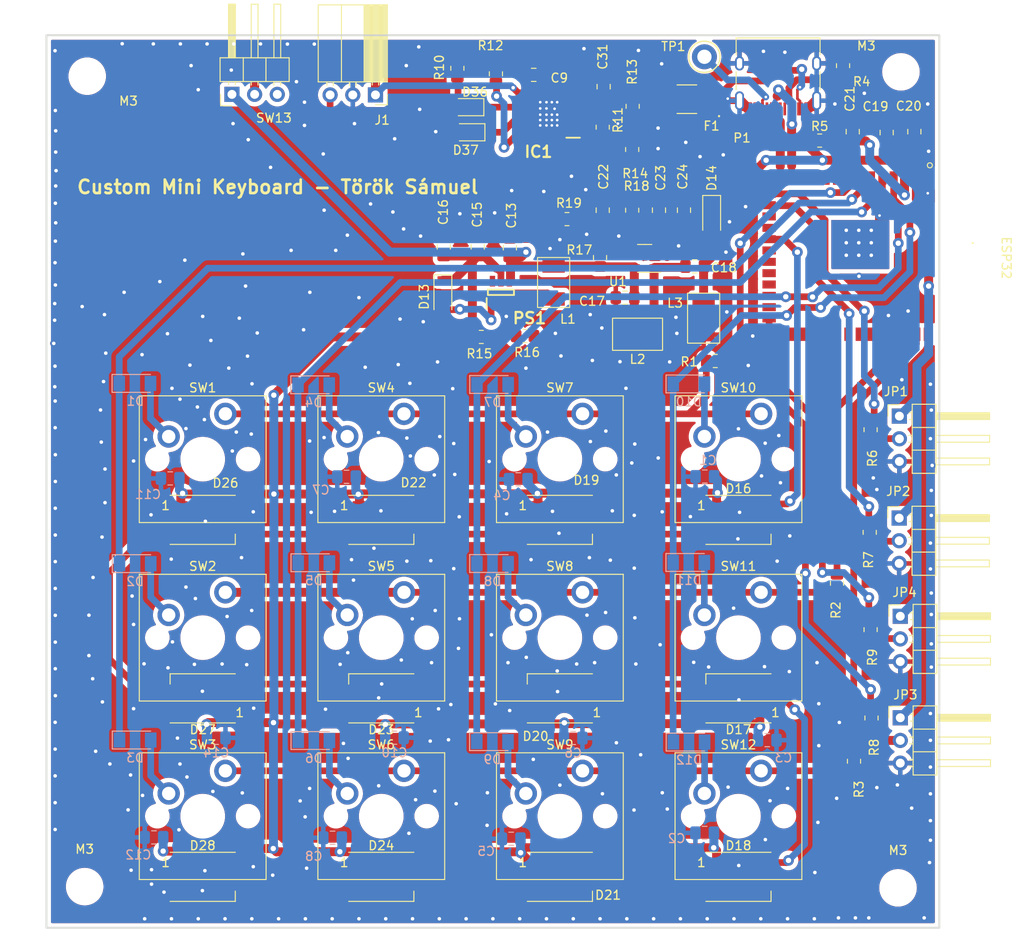
<source format=kicad_pcb>
(kicad_pcb (version 20211014) (generator pcbnew)
  (layers (0 "F.Cu" signal) (31 "B.Cu" signal) (34 "B.Paste" user) (35 "F.Paste" user) (36 "B.SilkS" user "B.Silkscreen") (37 "F.SilkS" user "F.Silkscreen") (38 "B.Mask" user) (39 "F.Mask" user) (44 "Edge.Cuts" user))
  (net 0 "")
  (net 1 "Net-(C9-Pad1)")
  (net 2 "GND")
  (net 3 "5V_OUT")
  (net 4 "3.3V_OUT")
  (net 5 "Net-(C21-Pad1)")
  (net 6 "Net-(C18-Pad1)")
  (net 7 "SYSTEM_LOAD")
  (net 8 "1st_Column")
  (net 9 "Net-(D1-Pad2)")
  (net 10 "Net-(D2-Pad2)")
  (net 11 "Net-(D3-Pad2)")
  (net 12 "2nd_Column")
  (net 13 "Net-(D4-Pad2)")
  (net 14 "Net-(D5-Pad2)")
  (net 15 "Net-(D6-Pad2)")
  (net 16 "3rd_Column")
  (net 17 "Net-(D7-Pad2)")
  (net 18 "Net-(D8-Pad2)")
  (net 19 "Net-(D9-Pad2)")
  (net 20 "4th_Column")
  (net 21 "Net-(D10-Pad2)")
  (net 22 "Net-(D11-Pad2)")
  (net 23 "Net-(D12-Pad2)")
  (net 25 "LEDS")
  (net 26 "Net-(D16-Pad2)")
  (net 27 "Net-(D17-Pad4)")
  (net 28 "Net-(D17-Pad2)")
  (net 29 "Net-(D18-Pad2)")
  (net 30 "Net-(D19-Pad2)")
  (net 31 "Net-(D20-Pad4)")
  (net 32 "Net-(D21-Pad2)")
  (net 33 "Net-(D22-Pad2)")
  (net 34 "Net-(D23-Pad4)")
  (net 35 "Net-(D24-Pad2)")
  (net 36 "Net-(D26-Pad2)")
  (net 37 "USB_Input_supply")
  (net 38 "Net-(D36-Pad1)")
  (net 39 "Net-(D36-Pad2)")
  (net 40 "Net-(D37-Pad1)")
  (net 41 "USB_D-")
  (net 42 "USB_D+")
  (net 43 "1st_Row")
  (net 44 "2nd_Row")
  (net 45 "3rd_Row")
  (net 46 "Net-(F1-Pad1)")
  (net 47 "Net-(P1-PadB5)")
  (net 49 "Net-(P1-PadA5)")
  (net 51 "Net-(R1-Pad2)")
  (net 52 "Net-(R2-Pad2)")
  (net 53 "Net-(R3-Pad2)")
  (net 54 "Net-(ESP32-Pad15)")
  (net 59 "Net-(ESP32-Pad16)")
  (net 60 "Net-(ESP32-Pad26)")
  (net 69 "Net-(ESP32-Pad27)")
  (net 80 "Net-(C18-Pad2)")
  (net 81 "Net-(C22-Pad2)")
  (net 82 "Net-(D13-Pad2)")
  (net 83 "/battery_charger/TEMP")
  (net 84 "Net-(IC1-Pad2)")
  (net 85 "Net-(IC1-Pad8)")
  (net 86 "Net-(JP1-Pad2)")
  (net 87 "Net-(JP2-Pad2)")
  (net 88 "Net-(JP3-Pad2)")
  (net 89 "Net-(JP4-Pad2)")
  (net 90 "/DC-DC_Converters_5V/FB")
  (net 92 "Net-(R17-Pad2)")
  (footprint "cherry_mx:SW_Cherry_MX_PCB_1.00u" (layer "F.Cu") (at 97.5 117.5)
    (fp_text reference "SW9")
    (fp_text value "Cherry_MX_1u")
  )
  (footprint "Resistor_SMD:R_0805_2012Metric_Pad1.20x1.40mm_HandSolder" (layer "F.Cu") (at 126.6 41.8)
    (fp_text reference "R5")
    (fp_text value "10K")
  )
  (footprint "Connector_PinHeader_2.54mm:PinHeader_1x03_P2.54mm_Horizontal" (layer "F.Cu") (at 135.625 106.475)
    (fp_text reference "JP3")
    (fp_text value "Jumper_3_Bridged12")
  )
  (footprint "inductors:inductor_koherelec" (layer "F.Cu") (at 113.6 61.7)
    (fp_text reference "L3")
    (fp_text value "6.8uH")
  )
  (footprint "inductors:inductor_koherelec" (layer "F.Cu") (at 106.2 63.5 90)
    (fp_text reference "L2")
    (fp_text value "6.8uH")
  )
  (footprint "SamacSys_Parts:SOIC127P600X175-9N" (layer "F.Cu") (at 96.272 38.87 180)
    (fp_text reference "IC1")
    (fp_text value "LN4056-ESOP8" hide)
  )
  (footprint "LED_SMD:LED_0805_2012Metric_Pad1.15x1.40mm_HandSolder" (layer "F.Cu") (at 87.1245 38.055 180)
    (fp_text reference "D36")
    (fp_text value "GREEN LED")
  )
  (footprint "cherry_mx:SW_Cherry_MX_PCB_1.00u" (layer "F.Cu") (at 57.5 77.5)
    (fp_text reference "SW1")
    (fp_text value "Cherry_MX_1u")
  )
  (footprint "Connector_PinHeader_2.54mm:PinHeader_1x03_P2.54mm_Horizontal" (layer "F.Cu") (at 135.525 72.675)
    (fp_text reference "JP1")
    (fp_text value "Jumper_3_Bridged12")
  )
  (footprint "TestPoint:TestPoint_Keystone_5010-5014_Multipurpose" (layer "F.Cu") (at 113.689 32.411)
    (fp_text reference "TP1")
    (fp_text value "TestPoint")
  )
  (footprint "Resistor_SMD:R_0805_2012Metric_Pad1.20x1.40mm_HandSolder" (layer "F.Cu") (at 132.2 85.7 90)
    (fp_text reference "R7")
    (fp_text value "10K")
  )
  (footprint "Capacitor_SMD:C_0805_2012Metric_Pad1.18x1.45mm_HandSolder" (layer "F.Cu") (at 91.9 53.8 90)
    (fp_text reference "C13")
    (fp_text value "10uF")
  )
  (footprint "Resistor_SMD:R_0805_2012Metric_Pad1.20x1.40mm_HandSolder" (layer "F.Cu") (at 130.441 111.349 -90)
    (fp_text reference "R3")
    (fp_text value "10K")
  )
  (footprint "Littelfuse_1812L:FUSM4632X200N" (layer "F.Cu") (at 111.727 37.163 180)
    (fp_text reference "F1")
    (fp_text value "1812L")
  )
  (footprint "Capacitor_SMD:C_0805_2012Metric_Pad1.18x1.45mm_HandSolder" (layer "F.Cu") (at 111.4 49.6 -90)
    (fp_text reference "C24")
    (fp_text value "?uF")
  )
  (footprint "MountingHole:MountingHole_3.2mm_M3" (layer "F.Cu") (at 135.372 125.535)
    (fp_text reference "M3")
    (fp_text value "MountingHole_3.2mm_M3")
  )
  (footprint "Resistor_SMD:R_0805_2012Metric_Pad1.20x1.40mm_HandSolder" (layer "F.Cu") (at 105.653 37.959 -90)
    (fp_text reference "R13")
    (fp_text value "10k")
  )
  (footprint "Capacitor_SMD:C_0805_2012Metric_Pad1.18x1.45mm_HandSolder" (layer "F.Cu") (at 102.3 49.6 -90)
    (fp_text reference "C22")
    (fp_text value "2.2nF")
  )
  (footprint "Resistor_SMD:R_0805_2012Metric_Pad1.20x1.40mm_HandSolder" (layer "F.Cu") (at 114.9 66.5 180)
    (fp_text reference "R1")
    (fp_text value "10K")
  )
  (footprint "Capacitor_SMD:C_0805_2012Metric_Pad1.18x1.45mm_HandSolder" (layer "F.Cu") (at 137.2 40.8 90)
    (fp_text reference "C20")
    (fp_text value "0,1 uF")
  )
  (footprint "Capacitor_SMD:C_0805_2012Metric_Pad1.18x1.45mm_HandSolder" (layer "F.Cu") (at 112.6 55.9)
    (fp_text reference "C18")
    (fp_text value "2.2uF")
  )
  (footprint "LED_SMD:LED_WS2812B_PLCC4_5.0x5.0mm_P3.2mm" (layer "F.Cu") (at 117.5 124.3)
    (fp_text reference "D18")
    (fp_text value "WS2812B")
  )
  (footprint "Resistor_SMD:R_0805_2012Metric_Pad1.20x1.40mm_HandSolder" (layer "F.Cu") (at 132.3 74.2 -90)
    (fp_text reference "R6")
    (fp_text value "10K")
  )
  (footprint "inductors:inductor_koherelec" (layer "F.Cu") (at 96.8 57.7)
    (fp_text reference "L1")
    (fp_text value "3.3uH")
  )
  (footprint "Connector_PinSocket_2.54mm:PinSocket_1x03_P2.54mm_Horizontal" (layer "F.Cu") (at 76.849 36.682 -90)
    (fp_text reference "J1")
    (fp_text value "Battery, TEMP")
  )
  (footprint "cherry_mx:SW_Cherry_MX_PCB_1.00u" (layer "F.Cu") (at 97.5 77.5)
    (fp_text reference "SW7")
    (fp_text value "Cherry_MX_1u")
  )
  (footprint "LED_SMD:LED_WS2812B_PLCC4_5.0x5.0mm_P3.2mm" (layer "F.Cu") (at 117.5 104.3 180)
    (fp_text reference "D17")
    (fp_text value "WS2812B")
  )
  (footprint "Connector_PinHeader_2.54mm:PinHeader_1x03_P2.54mm_Horizontal" (layer "F.Cu") (at 60.775 36.622 90)
    (fp_text reference "SW13")
    (fp_text value "SW_DPDT")
  )
  (footprint "cherry_mx:SW_Cherry_MX_PCB_1.00u" (layer "F.Cu") (at 117.5 77.5)
    (fp_text reference "SW10")
    (fp_text value "Cherry_MX_1u")
  )
  (footprint "Resistor_SMD:R_0805_2012Metric_Pad1.20x1.40mm_HandSolder" (layer "F.Cu") (at 129.217 33.404 90)
    (fp_text reference "R4")
    (fp_text value "5.1K")
  )
  (footprint "Resistor_SMD:R_0805_2012Metric_Pad1.20x1.40mm_HandSolder" (layer "F.Cu") (at 88.7 63.8)
    (fp_text reference "R15")
    (fp_text value "22k")
  )
  (footprint "LED_SMD:LED_WS2812B_PLCC4_5.0x5.0mm_P3.2mm" (layer "F.Cu") (at 57.5 84.3)
    (fp_text reference "D26")
    (fp_text value "WS2812B")
  )
  (footprint "LED_SMD:LED_WS2812B_PLCC4_5.0x5.0mm_P3.2mm" (layer "F.Cu") (at 77.5 124.3)
    (fp_text reference "D24")
    (fp_text value "WS2812B")
  )
  (footprint "Diode_SMD:D_SOD-123" (layer "F.Cu") (at 84.4 59.1 -90)
    (fp_text reference "D13")
    (fp_text value "FUXINSEMI DSK34 (SOD-123)")
  )
  (footprint "Resistor_SMD:R_0805_2012Metric_Pad1.20x1.40mm_HandSolder" (layer "F.Cu") (at 132.3 96.6 90)
    (fp_text reference "R9")
    (fp_text value "10K")
  )
  (footprint "Resistor_SMD:R_0805_2012Metric_Pad1.20x1.40mm_HandSolder" (layer "F.Cu") (at 90.339 34.313 -90)
    (fp_text reference "R12")
    (fp_text value "10k")
  )
  (footprint "Capacitor_SMD:C_0805_2012Metric_Pad1.18x1.45mm_HandSolder" (layer "F.Cu") (at 84.5 53.7 90)
    (fp_text reference "C16")
    (fp_text value "1uF")
  )
  (footprint "Capacitor_SMD:C_0805_2012Metric_Pad1.18x1.45mm_HandSolder" (layer "F.Cu") (at 94.574 34.436)
    (fp_text reference "C9")
    (fp_text value "4.7uF")
  )
  (footprint "cherry_mx:SW_Cherry_MX_PCB_1.00u" (layer "F.Cu") (at 117.5 97.5)
    (fp_text reference "SW11")
    (fp_text value "Cherry_MX_1u")
  )
  (footprint "cherry_mx:SW_Cherry_MX_PCB_1.00u" (layer "F.Cu") (at 77.5 97.5)
    (fp_text reference "SW5")
    (fp_text value "Cherry_MX_1u")
  )
  (footprint "Resistor_SMD:R_0805_2012Metric_Pad1.20x1.40mm_HandSolder" (layer "F.Cu") (at 98.3 50.6 180)
    (fp_text reference "R19")
    (fp_text value "5.6k")
  )
  (footprint "Resistor_SMD:R_0805_2012Metric_Pad1.20x1.40mm_HandSolder" (layer "F.Cu") (at 128.539 91.403 -90)
    (fp_text reference "R2")
    (fp_text value "10K")
  )
  (footprint "LED_SMD:LED_WS2812B_PLCC4_5.0x5.0mm_P3.2mm" (layer "F.Cu") (at 77.5 84.3)
    (fp_text reference "D22")
    (fp_text value "WS2812B")
  )
  (footprint "LED_SMD:LED_WS2812B_PLCC4_5.0x5.0mm_P3.2mm" (layer "F.Cu") (at 97.5 124.3)
    (fp_text reference "D21")
    (fp_text value "WS2812B")
  )
  (footprint "LED_SMD:LED_WS2812B_PLCC4_5.0x5.0mm_P3.2mm" (layer "F.Cu") (at 97.5 104.3 180)
    (fp_text reference "D20")
    (fp_text value "WS2812B")
  )
  (footprint "LED_SMD:LED_WS2812B_PLCC4_5.0x5.0mm_P3.2mm" (layer "F.Cu") (at 77.5 104.3 180)
    (fp_text reference "D23")
    (fp_text value "WS2812B")
  )
  (footprint "esp32-library:ESP32-S3-WROOM-1" (layer "F.Cu") (at 133.436 54.751 -90)
    (fp_text reference "ESP32")
    (fp_text value "ESP32-S3-WROOM-1")
  )
  (footprint "cherry_mx:SW_Cherry_MX_PCB_1.00u" (layer "F.Cu") (at 117.5 117.5)
    (fp_text reference "SW12")
    (fp_text value "Cherry_MX_1u")
  )
  (footprint "Resistor_SMD:R_0805_2012Metric_Pad1.20x1.40mm_HandSolder" (layer "F.Cu") (at 102.3 40.3 -90)
    (fp_text reference "R11")
    (fp_text value "1k")
  )
  (footprint "Resistor_SMD:R_0805_2012Metric_Pad1.20x1.40mm_HandSolder" (layer "F.Cu") (at 105.6 42.8 -90)
    (fp_text reference "R14")
    (fp_text value "10k")
  )
  (footprint "cherry_mx:SW_Cherry_MX_PCB_1.00u" (layer "F.Cu") (at 77.5 117.5)
    (fp_text reference "SW6")
    (fp_text value "Cherry_MX_1u")
  )
  (footprint "Connector_PinHeader_2.54mm:PinHeader_1x03_P2.54mm_Horizontal" (layer "F.Cu") (at 135.625 95.1)
    (fp_text reference "JP4")
    (fp_text value "Jumper_3_Bridged12")
  )
  (footprint "Connector_USB:USB_C_Receptacle_HRO_TYPE-C-31-M-12" (layer "F.Cu") (at 121.94 34.199 180)
    (fp_text reference "P1")
    (fp_text value "USB_C_Plug")
  )
  (footprint "SamacSys_Parts:SOT95P280X125-6N" (layer "F.Cu") (at 90.9 58.8 90)
    (fp_text reference "PS1")
    (fp_text value "HX3608" hide)
  )
  (footprint "cherry_mx:SW_Cherry_MX_PCB_1.00u" (layer "F.Cu") (at 97.5 97.5)
    (fp_text reference "SW8")
    (fp_text value "Cherry_MX_1u")
  )
  (footprint "Resistor_SMD:R_0805_2012Metric_Pad1.20x1.40mm_HandSolder" (layer "F.Cu") (at 86.02 33.696 -90)
    (fp_text reference "R10")
    (fp_text value "3k")
  )
  (footprint "Resistor_SMD:R_0805_2012Metric_Pad1.20x1.40mm_HandSolder" (layer "F.Cu") (at 105.6 49.6 -90)
    (fp_text reference "R18")
    (fp_text value "9.1k")
  )
  (footprint "LED_SMD:LED_WS2812B_PLCC4_5.0x5.0mm_P3.2mm" (layer "F.Cu") (at 57.5 124.3)
    (fp_text reference "D28")
    (fp_text value "WS2812B")
  )
  (footprint "LED_SMD:LED_WS2812B_PLCC4_5.0x5.0mm_P3.2mm" (layer "F.Cu") (at 57.5 104.3 180)
    (fp_text reference "D27")
    (fp_text value "WS2812B")
  )
  (footprint "MountingHole:MountingHole_3.2mm_M3" (layer "F.Cu") (at 135.7 34.1)
    (fp_text reference "M3")
    (fp_text value "MountingHole_3.2mm_M3")
  )
  (footprint "Capacitor_SMD:C_0805_2012Metric_Pad1.18x1.45mm_HandSolder" (layer "F.Cu") (at 104.8 59.4 180)
    (fp_text reference "C17")
    (fp_text value "22uF")
  )
  (footprint "Capacitor_SMD:C_0805_2012Metric_Pad1.18x1.45mm_HandSolder" (layer "F.Cu") (at 88.3 53.7 90)
    (fp_text reference "C15")
    (fp_text value "22uF")
  )
  (footprint "Capacitor_SMD:C_0805_2012Metric_Pad1.18x1.45mm_HandSolder" (layer "F.Cu") (at 108.6 49.6 -90)
    (fp_text reference "C23")
    (fp_text value "10uF")
  )
  (footprint "LED_SMD:LED_WS2812B_PLCC4_5.0x5.0mm_P3.2mm" (layer "F.Cu") (at 117.5 84.3)
    (fp_text reference "D16")
    (fp_text value "WS2812B")
  )
  (footprint "Capacitor_SMD:C_0805_2012Metric_Pad1.18x1.45mm_HandSolder" (layer "F.Cu") (at 130.3 40.8 90)
    (fp_text reference "C21")
    (fp_text value "0.1 F")
  )
  (footprint "Resistor_SMD:R_0805_2012Metric_Pad1.20x1.40mm_HandSolder" (layer "F.Cu") (at 93.6 63.7)
    (fp_text reference "R16")
    (fp_text value "3k")
  )
  (footprint "Capacitor_SMD:C_0805_2012Metric_Pad1.18x1.45mm_HandSolder" (layer "F.Cu") (at 134.1 40.9 90)
    (fp_text reference "C19")
    (fp_text value "0,22 uF")
  )
  (footprint "cherry_mx:SW_Cherry_MX_PCB_1.00u" (layer "F.Cu") (at 57.5 117.5)
    (fp_text reference "SW3")
    (fp_text value "Cherry_MX_1u")
  )
  (footprint "LED_SMD:LED_0805_2012Metric_Pad1.15x1.40mm_HandSolder" (layer "F.Cu") (at 87.246 40.87 180)
    (fp_text reference "D37")
    (fp_text value "RED LED")
  )
  (footprint "MountingHole:MountingHole_3.2mm_M3" (layer "F.Cu") (at 44.281 125.396)
    (fp_text reference "M3")
    (fp_text value "MountingHole_3.2mm_M3")
  )
  (footprint "MountingHole:MountingHole_3.2mm_M3" (layer "F.Cu") (at 44.569 34.585)
    (fp_text reference "M3")
    (fp_text value "MountingHole_3.2mm_M3")
  )
  (footprint "Package_TO_SOT_SMD:SOT-23-5" (layer "F.Cu") (at 107 55 180)
    (fp_text reference "U1")
    (fp_text value "LMR62421XMF")
  )
  (footprint "Resistor_SMD:R_0805_2012Metric_Pad1.20x1.40mm_HandSolder" (layer "F.Cu") (at 102 54.9 90)
    (fp_text reference "R17")
    (fp_text value "100K")
  )
  (footprint "Resistor_SMD:R_0805_2012Metric_Pad1.20x1.40mm_HandSolder" (layer "F.Cu") (at 132.4 106.5 -90)
    (fp_text reference "R8")
    (fp_text value "10K")
  )
  (footprint "Capacitor_SMD:C_0805_2012Metric_Pad1.18x1.45mm_HandSolder" (layer "F.Cu") (at 102.403 35.757 90)
    (fp_text reference "C31")
    (fp_text value "4.7uF")
  )
  (footprint "Diode_SMD:D_SOD-123" (layer "F.Cu") (at 114.5 50.2 -90)
    (fp_text reference "D14")
    (fp_text value "FUXINSEMI DSK34 (SOD-123)")
  )
  (footprint "cherry_mx:SW_Cherry_MX_PCB_1.00u" (layer "F.Cu") (at 77.5 77.5)
    (fp_text reference "SW4")
    (fp_text value "Cherry_MX_1u")
  )
  (footprint "cherry_mx:SW_Cherry_MX_PCB_1.00u" (layer "F.Cu") (at 57.5 97.5)
    (fp_text reference "SW2")
    (fp_text value "Cherry_MX_1u")
  )
  (footprint "LED_SMD:LED_WS2812B_PLCC4_5.0x5.0mm_P3.2mm" (layer "F.Cu") (at 97.5 84.3)
    (fp_text reference "D19")
    (fp_text value "WS2812B")
  )
  (footprint "Connector_PinHeader_2.54mm:PinHeader_1x03_P2.54mm_Horizontal" (layer "F.Cu") (at 135.5 84.1)
    (fp_text reference "JP2")
    (fp_text value "Jumper_3_Bridged12")
  )
  (footprint "Capacitor_SMD:C_0805_2012Metric_Pad1.18x1.45mm_HandSolder" (layer "B.Cu") (at 53.859 79.655 180)
    (fp_text reference "C11")
    (fp_text value "0.1uF")
  )
  (footprint "Capacitor_SMD:C_0805_2012Metric_Pad1.18x1.45mm_HandSolder" (layer "B.Cu") (at 98.99 108.744)
    (fp_text reference "C6")
    (fp_text value "0.1uF")
  )
  (footprint "Capacitor_SMD:C_0805_2012Metric_Pad1.18x1.45mm_HandSolder" (layer "B.Cu") (at 113.715 119.373 180)
    (fp_text reference "C2")
    (fp_text value "0.1uF")
  )
  (footprint "Diode_SMD:D_MiniMELF" (layer "B.Cu") (at 69.918 69.166)
    (fp_text reference "D4")
    (fp_text value "LL4148")
  )
  (footprint "Capacitor_SMD:C_0805_2012Metric_Pad1.18x1.45mm_HandSolder" (layer "B.Cu") (at 113.732 79.444 180)
    (fp_text reference "C1")
    (fp_text value "0.1uF")
  )
  (footprint "Diode_SMD:D_MiniMELF" (layer "B.Cu") (at 89.954 89.192)
    (fp_text reference "D8")
    (fp_text value "LL4148")
  )
  (footprint "Capacitor_SMD:C_0805_2012Metric_Pad1.18x1.45mm_HandSolder" (layer "B.Cu") (at 72.043 119.916 180)
    (fp_text reference "C8")
    (fp_text value "0.1uF")
  )
  (footprint "Capacitor_SMD:C_0805_2012Metric_Pad1.18x1.45mm_HandSolder" (layer "B.Cu") (at 92.846 79.76 180)
    (fp_text reference "C4")
    (fp_text value "0.1uF")
  )
  (footprint "Capacitor_SMD:C_0805_2012Metric_Pad1.18x1.45mm_HandSolder" (layer "B.Cu") (at 120.727 108.983)
    (fp_text reference "C3")
    (fp_text value "0.1uF")
  )
  (footprint "Diode_SMD:D_MiniMELF" (layer "B.Cu") (at 69.939 89.108)
    (fp_text reference "D5")
    (fp_text value "LL4148")
  )
  (footprint "Diode_SMD:D_MiniMELF" (layer "B.Cu") (at 89.941 109.15)
    (fp_text reference "D9")
    (fp_text value "LL4148")
  )
  (footprint "Capacitor_SMD:C_0805_2012Metric_Pad1.18x1.45mm_HandSolder" (layer "B.Cu") (at 73.61 79.473 180)
    (fp_text reference "C7")
    (fp_text value "0.1uF")
  )
  (footprint "Diode_SMD:D_MiniMELF" (layer "B.Cu") (at 111.941 69.069)
    (fp_text reference "D10")
    (fp_text value "LL4148")
  )
  (footprint "Capacitor_SMD:C_0805_2012Metric_Pad1.18x1.45mm_HandSolder" (layer "B.Cu") (at 92.05 120.031 180)
    (fp_text reference "C5")
    (fp_text value "0.1uF")
  )
  (footprint "Diode_SMD:D_MiniMELF" (layer "B.Cu") (at 49.929 89.205)
    (fp_text reference "D2")
    (fp_text value "LL4148")
  )
  (footprint "Capacitor_SMD:C_0805_2012Metric_Pad1.18x1.45mm_HandSolder" (layer "B.Cu") (at 59.014 108.728)
    (fp_text reference "C14")
    (fp_text value "0.1uF")
  )
  (footprint "Diode_SMD:D_MiniMELF" (layer "B.Cu") (at 111.961 109.198)
    (fp_text reference "D12")
    (fp_text value "LL4148")
  )
  (footprint "Diode_SMD:D_MiniMELF" (layer "B.Cu") (at 89.959 69.129)
    (fp_text reference "D7")
    (fp_text value "LL4148")
  )
  (footprint "Diode_SMD:D_MiniMELF" (layer "B.Cu") (at 111.93 89.073)
    (fp_text reference "D11")
    (fp_text value "LL4148")
  )
  (footprint "Diode_SMD:D_MiniMELF" (layer "B.Cu") (at 69.941 109.024)
    (fp_text reference "D6")
    (fp_text value "LL4148")
  )
  (footprint "Diode_SMD:D_MiniMELF" (layer "B.Cu") (at 49.929 108.969)
    (fp_text reference "D3")
    (fp_text value "LL4148")
  )
  (footprint "Diode_SMD:D_MiniMELF" (layer "B.Cu") (at 49.901 69.007)
    (fp_text reference "D1")
    (fp_text value "LL4148")
  )
  (footprint "Capacitor_SMD:C_0805_2012Metric_Pad1.18x1.45mm_HandSolder" (layer "B.Cu") (at 52.04 119.879 180)
    (fp_text reference "C12")
    (fp_text value "0.1uF")
  )
  (footprint "Capacitor_SMD:C_0805_2012Metric_Pad1.18x1.45mm_HandSolder" (layer "B.Cu") (at 78.974 108.708)
    (fp_text reference "C10")
    (fp_text value "0.1uF")
  )
  (gr_rect (start 128 50.8) (end 134.3 56.1) (layer "F.Cu") (width 0.2) (fill solid))
  (gr_rect (start 128 50.8) (end 134.3 56.1) (layer "B.Cu") (width 0.2) (fill solid))
  (gr_rect (start 40 30) (end 140 130) (layer "Edge.Cuts") (width 0.2) (fill none))
  (gr_text "Custom Mini Keyboard - Török Sámuel" (at 65.9 47) (layer "F.SilkS") (effects (font (size 1.5 1.5) (thickness 0.3))))
  (segment (start 76.849 34.949) (end 76.849 36.682) (width 1) (layer "F.Cu") (net 1))
  (segment (start 92.84 36.449) (end 92.267 35.876) (width 0.75) (layer "F.Cu") (net 1))
  (segment (start 75.1 33.2) (end 76.849 34.949) (width 1) (layer "F.Cu") (net 1))
  (segment (start 93.56 36.965) (end 93.56 36.449) (width 0.75) (layer "F.Cu") (net 1))
  (segment (start 93.56 36.449) (end 93.56 34.4595) (width 0.75) (layer "F.Cu") (net 1))
  (segment (start 63.315 34.285) (end 64.4 33.2) (width 1) (layer "F.Cu") (net 1))
  (segment (start 64.4 33.2) (end 75.1 33.2) (width 1) (layer "F.Cu") (net 1))
  (segment (start 93.56 36.449) (end 92.84 36.449) (width 0.75) (layer "F.Cu") (net 1))
  (segment (start 63.315 36.622) (end 63.315 34.285) (width 1) (layer "F.Cu") (net 1))
  (segment (start 93.56 34.4595) (end 93.5365 34.436) (width 0.75) (layer "F.Cu") (net 1))
  (via (at 92.267 35.876) (size 0.8) (drill 0.4) (layers "F.Cu" "B.Cu") (net 1))
  (segment (start 77.877511 35.653489) (end 76.849 36.682) (width 0.75) (layer "B.Cu") (net 1))
  (segment (start 92.044489 35.653489) (end 77.877511 35.653489) (width 0.75) (layer "B.Cu") (net 1))
  (segment (start 92.267 35.876) (end 92.044489 35.653489) (width 0.75) (layer "B.Cu") (net 1))
  (segment (start 102.3 41.3) (end 102.6 41.3) (width 0.75) (layer "F.Cu") (net 2))
  (segment (start 134.1 39.8625) (end 137.1 39.8625) (width 1) (layer "F.Cu") (net 2))
  (segment (start 90.9 60.9) (end 90.9 60.05) (width 0.75) (layer "F.Cu") (net 2))
  (segment (start 109.3 55) (end 109.5 54.8) (width 0.3) (layer "F.Cu") (net 2))
  (segment (start 116.529 37.329) (end 116.310412 37.110412) (width 0.75) (layer "F.Cu") (net 2))
  (segment (start 132.376 51.851) (end 130.976 51.851) (width 1) (layer "F.Cu") (net 2))
  (segment (start 108.1375 55) (end 109.3 55) (width 0.3) (layer "F.Cu") (net 2))
  (segment (start 129.571 51.851) (end 130.976 51.851) (width 1) (layer "F.Cu") (net 2))
  (segment (start 117.775 37.329) (end 118.490489 38.044489) (width 1) (layer "F.Cu") (net 2))
  (segment (start 138.696 47.696) (end 138.7 47.7) (width 1) (layer "F.Cu") (net 2))
  (segment (start 109.5 54.8) (end 109.5 52.7) (width 1) (layer "F.Cu") (net 2))
  (segment (start 130.3 39.7625) (end 134 39.7625) (width 1) (layer "F.Cu") (net 2))
  (segment (start 137.1 39.8625) (end 137.2 39.7625) (width 1) (layer "F.Cu") (net 2))
  (segment (start 126.105 37.329) (end 125.389511 38.044489) (width 1) (layer "F.Cu") (net 2))
  (segment (start 117.62 37.329) (end 117.775 37.329) (width 1) (layer "F.Cu") (net 2))
  (segment (start 96.907 38.235) (end 96.272 38.87) (width 1) (layer "F.Cu") (net 2))
  (segment (start 91.8 52.6625) (end 91.9 52.7625) (width 1) (layer "F.Cu") (net 2))
  (segment (start 108.6 51.8) (end 108.6 50.6375) (width 1) (layer "F.Cu") (net 2))
  (segment (start 126.26 37.329) (end 126.105 37.329) (width 1) (layer "F.Cu") (net 2))
  (segment (start 132.376 51.851) (end 132.376 54.651) (width 1) (layer "F.Cu") (net 2))
  (segment (start 129.576 51.851) (end 129.576 54.651) (width 1) (layer "F.Cu") (net 2))
  (segment (start 95.1375 52.7625) (end 97.3 50.6) (width 1) (layer "F.Cu") (net 2))
  (segment (start 129.576 53.251) (end 132.376 53.251) (width 1) (layer "F.Cu") (net 2))
  (segment (start 98.984 38.235) (end 96.907 38.235) (width 1) (layer "F.Cu") (net 2))
  (segment (start 108.6 50.6375) (end 111.4 50.6375) (width 1) (layer "F.Cu") (net 2))
  (segment (start 95.6115 34.436) (end 95.6115 38.2095) (width 1) (layer "F.Cu") (net 2))
  (segment (start 117.62 37.329) (end 116.529 37.329) (width 0.75) (layer "F.Cu") (net 2))
  (segment (start 130.976 51.851) (end 130.976 54.651) (width 1) (layer "F.Cu") (net 2))
  (segment (start 138.696 46.001) (end 138.696 47.696) (width 1) (layer "F.Cu") (net 2))
  (segment (start 129.576 54.651) (end 132.376 54.651) (width 1) (layer "F.Cu") (net 2))
  (segment (start 95.6115 38.2095) (end 96.272 38.87) (width 1) (layer "F.Cu") (net 2))
  (segment (start 118.490489 38.044489) (end 118.490489 38.244) (width 1) (layer "F.Cu") (net 2))
  (segment (start 102.6 41.3) (end 104 39.9) (width 0.75) (layer "F.Cu") (net 2))
  (segment (start 125.389511 38.044489) (end 125.389511 38.244) (width 1) (layer "F.Cu") (net 2))
  (segment (start 133.3 50.927) (end 132.376 51.851) (width 1) (layer "F.Cu") (net 2))
  (segment (start 91.9 52.7625) (end 95.1375 52.7625) (width 1) (layer "F.Cu") (net 2))
  (segment (start 133.3 50.2) (end 133.3 50.927) (width 1) (layer "F.Cu") (net 2))
  (segment (start 84.5 52.6625) (end 88.3 52.6625) (width 1) (layer "F.Cu") (net 2))
  (segment (start 134 39.7625) (end 134.1 39.8625) (width 1) (layer "F.Cu") (net 2))
  (segment (start 88.3 52.6625) (end 91.8 52.6625) (width 1) (layer "F.Cu") (net 2))
  (segment (start 109.5 52.7) (end 108.6 51.8) (width 1) (layer "F.Cu") (net 2))
  (segment (start 91.5 61.5) (end 90.9 60.9) (width 0.75) (layer "F.Cu") (net 2))
  (segment (start 129.576 51.851) (end 129.576 53.251) (width 1) (layer "F.Cu") (net 2))
  (via (at 138.3 128.9) (size 0.8) (drill 0.4) (layers "F.Cu" "B.Cu") (net 2))
  (via (at 68.413 115.791) (size 0.8) (drill 0.4) (layers "F.Cu" "B.Cu") (net 2))
  (via (at 120 129) (size 0.8) (drill 0.4) (layers "F.Cu" "B.Cu") (net 2))
  (via (at 60.424 67.295) (size 0.8) (drill 0.4) (layers "F.Cu" "B.Cu") (net 2))
  (via (at 58.414 64.195) (size 0.8) (drill 0.4) (layers "F.Cu" "B.Cu") (net 2))
  (via (at 104.232 66.576) (size 0.8) (drill 0.4) (layers "F.Cu" "B.Cu") (net 2))
  (via (at 139 115) (size 0.8) (drill 0.4) (layers "F.Cu" "B.Cu") (net 2))
  (via (at 102.65 74.35) (size 0.8) (drill 0.4) (layers "F.Cu" "B.Cu") (net 2))
  (via (at 123.249 86.097) (size 0.8) (drill 0.4) (layers "F.Cu" "B.Cu") (net 2))
  (via (at 77.21 114.096) (size 0.8) (drill 0.4) (layers "F.Cu" "B.Cu") (net 2))
  (via (at 48.484 30.948) (size 0.8) (drill 0.4) (layers "F.Cu" "B.Cu") (net 2))
  (via (at 81.9 52.5) (size 0.8) (drill 0.4) (layers "F.Cu" "B.Cu") (net 2))
  (via (at 71.094 75.076) (size 0.8) (drill 0.4) (layers "F.Cu" "B.Cu") (net 2))
  (via (at 69.5 58.8) (size 0.8) (drill 0.4) (layers "F.Cu" "B.Cu") (net 2))
  (via (at 80.598 119.421) (size 0.8) (drill 0.4) (layers "F.Cu" "B.Cu") (net 2))
  (via (at 49.48 123.554) (size 0.8) (drill 0.4) (layers "F.Cu" "B.Cu") (net 2))
  (via (at 85.028 108.94) (size 0.8) (drill 0.4) (layers "F.Cu" "B.Cu") (net 2))
  (via (at 80.3 33.4) (size 0.8) (drill 0.4) (layers "F.Cu" "B.Cu") (net 2))
  (via (at 61.849 88.532) (size 0.8) (drill 0.4) (layers "F.Cu" "B.Cu") (net 2))
  (via (at 40.990239 91.982833) (size 0.8) (drill 0.4) (layers "F.Cu" "B.Cu") (net 2))
  (via (at 97.502 114.022) (size 0.8) (drill 0.4) (layers "F.Cu" "B.Cu") (net 2))
  (via (at 40.977617 70.984516) (size 0.8) (drill 0.4) (layers "F.Cu" "B.Cu") (net 2))
  (via (at 45.513 110.229) (size 0.8) (drill 0.4) (layers "F.Cu" "B.Cu") (net 2))
  (via (at 55.735 113.11) (size 0.8) (drill 0.4) (layers "F.Cu" "B.Cu") (net 2))
  (via (at 116.3 37.1) (size 0.5) (drill 0.3) (layers "F.Cu" "B.Cu") (net 2))
  (via (at 79 41.6) (size 0.8) (drill 0.4) (layers "F.Cu" "B.Cu") (net 2))
  (via (at 61.6 61.7) (size 0.8) (drill 0.4) (layers "F.Cu" "B.Cu") (net 2))
  (via (at 116.1 54.3) (size 0.8) (drill 0.4) (layers "F.Cu" "B.Cu") (net 2))
  (via (at 95.3 37.5) (size 0.5) (drill 0.3) (layers "F.Cu" "B.Cu") (net 2))
  (via (at 60.817 76.584) (size 0.8) (drill 0.4) (layers "F.Cu" "B.Cu") (net 2))
  (via (at 73.747 99.185) (size 0.8) (drill 0.4) (layers "F.Cu" "B.Cu") (net 2))
  (via (at 54.953 70.776) (size 0.8) (drill 0.4) (layers "F.Cu" "B.Cu") (net 2))
  (via (at 96.907 38.235) (size 0.5) (drill 0.3) (layers "F.Cu" "B.Cu") (net 2))
  (via (at 133.3 50.2) (size 0.5) (drill 0.3) (layers "F.Cu" "B.Cu") (net 2))
  (via (at 95.3 38.9) (size 0.5) (drill 0.3) (layers "F.Cu" "B.Cu") (net 2))
  (via (at 139 75.2) (size 0.8) (drill 0.4) (layers "F.Cu" "B.Cu") (net 2))
  (via (at 66 129) (size 0.8) (drill 0.4) (layers "F.Cu" "B.Cu") (net 2))
  (via (at 139 86.9) (size 0.8) (drill 0.4) (layers "F.Cu" "B.Cu") (net 2))
  (via (at 89.385 114.878) (size 0.8) (drill 0.4) (layers "F.Cu" "B.Cu") (net 2))
  (via (at 45.22 90.751) (size 0.8) (drill 0.4) (layers "F.Cu" "B.Cu") (net 2))
  (via (at 103.822 79.265) (size 0.8) (drill 0.4) (layers "F.Cu" "B.Cu") (net 2))
  (via (at 40.990239 94.995961) (size 0.8) (drill 0.4) (layers "F.Cu" "B.Cu") (net 2))
  (via (at 81.8 38.3) (size 0.8) (drill 0.4) (layers "F.Cu" "B.Cu") (net 2))
  (via (at 40.974755 106.984516) (size 0.8) (drill 0.4) (layers "F.Cu" "B.Cu") (net 2))
  (via (at 86.257 95.387) (size 0.8) (drill 0.4) (layers "F.Cu" "B.Cu") (net 2))
  (via (at 96.674 83.342) (size 0.8) (drill 0.4) (layers "F.Cu" "B.Cu") (net 2))
  (via (at 112.488 100.264) (size 0.8) (drill 0.4) (layers "F.Cu" "B.Cu") (net 2))
  (via (at 91.693 100.302) (size 0.8) (drill 0.4) (layers "F.Cu" "B.Cu") (net 2))
  (via (at 80.365 75.132) (size 0.8) (drill 0.4) (layers "F.Cu" "B.Cu") (net 2))
  (via (at 85.615 75.747) (size 0.8) (drill 0.4) (layers "F.Cu" "B.Cu") (net 2))
  (via (at 139 109) (size 0.8) (drill 0.4) (layers "F.Cu" "B.Cu") (net 2))
  (via (at 54.953 111.658) (size 0.8) (drill 0.4) (layers "F.Cu" "B.Cu") (net 2))
  (via (at 108.9 33.2) (size 0.8) (drill 0.4) (layers "F.Cu" "B.Cu") (net 2))
  (via (at 63.209 105.403) (size 0.8) (drill 0.4) (layers "F.Cu" "B.Cu") (net 2))
  (via (at 56.2 33.4) (size 0.8) (drill 0.4) (layers "F.Cu" "B.Cu") (net 2))
  (via (at 132.6 79.6) (size 0.8) (drill 0.4) (layers "F.Cu" "B.Cu") (net 2))
  (via (at 80.365 88.927) (size 0.8) (drill 0.4) (layers "F.Cu" "B.Cu") (net 2))
  (via (at 89.58 77.757) (size 0.8) (drill 0.4) (layers "F.Cu" "B.Cu") (net 2))
  (via (at 139.1 81) (size 0.8) (drill 0.4) (layers "F.Cu" "B.Cu") (net 2))
  (via (at 49.759 105.459) (size 0.8) (drill 0.4) (layers "F.Cu" "B.Cu") (net 2))
  (via (at 59.672 100.451) (size 0.8) (drill 0.4) (layers "F.Cu" "B.Cu") (net 2))
  (via (at 138.7 37.7) (size 0.8) (drill 0.4) (layers "F.Cu" "B.Cu") (net 2))
  (via (at 122.02 74.852) (size 0.8) (drill 0.4) (layers "F.Cu" "B.Cu") (net 2))
  (via (at 40.926 60.065) (size 0.8) (drill 0.4) (layers "F.Cu" "B.Cu") (net 2))
  (via (at 87 129) (size 0.8) (drill 0.4) (layers "F.Cu" "B.Cu") (net 2))
  (via (at 84.051 74.965) (size 0.8) (drill 0.4) (layers "F.Cu" "B.Cu") (net 2))
  (via (at 83.539 94.456) (size 0.8) (drill 0.4) (layers "F.Cu" "B.Cu") (net 2))
  (via (at 138.7 47.7) (size 0.5) (drill 0.3) (layers "F.Cu" "B.Cu") (net 2))
  (via (at 94.523 111.137) (size 0.8) (drill 0.4) (layers "F.Cu" "B.Cu") (net 2))
  (via (at 63.163 123.163) (size 0.8) (drill 0.4) (layers "F.Cu" "B.Cu") (net 2))
  (via (at 131.6 36.5) (size 0.8) (drill 0.4) (layers "F.Cu" "B.Cu") (net 2))
  (via (at 62.94 74.686) (size 0.8) (drill 0.4) (layers "F.Cu" "B.Cu") (net 2))
  (via (at 90 129) (size 0.8) (drill 0.4) (layers "F.Cu" "B.Cu") (net 2))
  (via (at 96.6 40.1) (size 0.5) (drill 0.3) (layers "F.Cu" "B.Cu") (net 2))
  (via (at 135.8 68.6) (size 0.8) (drill 0.4) (layers "F.Cu" "B.Cu") (net 2))
  (via (at 48.7 58.8) (size 0.8) (drill 0.4) (layers "F.Cu" "B.Cu") (net 2))
  (via (at 139.2 78.2) (size 0.8) (drill 0.4) (layers "F.Cu" "B.Cu") (net 2))
  (via (at 46.267 104.7) (size 0.8) (drill 0.4) (layers "F.Cu" "B.Cu") (net 2))
  (via (at 72.267 83.342) (size 0.8) (drill 0.4) (layers "F.Cu" "B.Cu") (net 2))
  (via (at 55.623 74.071) (size 0.8) (drill 0.4) (layers "F.Cu" "B.Cu") (net 2))
  (via (at 46.56 82.373) (size 0.8) (drill 0.4) (layers "F.Cu" "B.Cu") (net 2))
  (via (at 72.4 54.1) (size 0.8) (drill 0.4) (layers "F.Cu" "B.Cu") (net 2))
  (via (at 40.974755 112.9862) (size 0.8) (drill 0.4) (layers "F.Cu" "B.Cu") (net 2))
  (via (at 122.206 80.139) (size 0.8) (drill 0.4) (layers "F.Cu" "B.Cu") (net 2))
  (via (at 77.182 74.518) (size 0.8) (drill 0.4) (layers "F.Cu" "B.Cu") (net 2))
  (via (at 116.956 94.195) (size 0.8) (drill 0.4) (layers "F.Cu" "B.Cu") (net 2))
  (via (at 49.145 116.796) (size 0.8) (drill 0.4) (layers "F.Cu" "B.Cu") (net 2))
  (via (at 51.77 125.118) (size 0.8) (drill 0.4) (layers "F.Cu" "B.Cu") (net 2))
  (via (at 90.2 49.9) (size 0.8) (drill 0.4) (layers "F.Cu" "B.Cu") (net 2))
  (via (at 105.833 83.789) (size 0.8) (drill 0.4) (layers "F.Cu" "B.Cu") (net 2))
  (via (at 63.97425 30.969033) (size 0.8) (drill 0.4) (layers "F.Cu" "B.Cu") (net 2))
  (via (at 96.115 74.462) (size 0.8) (drill 0.4) (layers "F.Cu" "B.Cu") (net 2))
  (via (at 73.263 109.35) (size 0.8) (drill 0.4) (layers "F.Cu" "B.Cu") (net 2))
  (via (at 56.068 66.96) (size 0.8) (drill 0.4) (layers "F.Cu" "B.Cu") (net 2))
  (via (at 60.982833 30.969033) (size 0.8) (drill 0.4) (layers "F.Cu" "B.Cu") (net 2))
  (via (at 53.613 100.879) (size 0.8) (drill 0.4) (layers "F.Cu" "B.Cu") (net 2))
  (via (at 99.382 100.45) (size 0.8) (drill 0.4) (layers "F.Cu" "B.Cu") (net 2))
  (via (at 95.3 39.5) (size 0.5) (drill 0.3) (layers "F.Cu" "B.Cu") (net 2))
  (via (at 41 104) (size 0.8) (drill 0.4) (layers "F.Cu" "B.Cu") (net 2))
  (via (at 98.8 45.8) (size 0.8) (drill 0.4) (layers "F.Cu" "B.Cu") (net 2))
  (via (at 72 129) (size 0.8) (drill 0.4) (layers "F.Cu" "B.Cu") (net 2))
  (via (at 138.9 122.7) (size 0.8) (drill 0.4) (layers "F.Cu" "B.Cu") (net 2))
  (via (at 96.6 38.9) (size 0.5) (drill 0.3) (layers "F.Cu" "B.Cu") (net 2))
  (via (at 139 112) (size 0.8) (drill 0.4) (layers "F.Cu" "B.Cu") (net 2))
  (via (at 74.166 88.76) (size 0.8) (drill 0.4) (layers "F.Cu" "B.Cu") (net 2))
  (via (at 46.5 61.3) (size 0.8) (drill 0.4) (layers "F.Cu" "B.Cu") (net 2))
  (via (at 54.674 108.754) (size 0.8) (drill 0.4) (layers "F.Cu" "B.Cu") (net 2))
  (via (at 99 129) (size 0.8) (drill 0.4) (layers "F.Cu" "B.Cu") (net 2))
  (via (at 62.519 65.954) (size 0.8) (drill 0.4) (layers "F.Cu" "B.Cu") (net 2))
  (via (at 46.644 65.618) (size 0.8) (drill 0.4) (layers "F.Cu" "B.Cu") (net 2))
  (via (at 61.264 74.462) (size 0.8) (drill 0.4) (layers "F.Cu" "B.Cu") (net 2))
  (via (at 104 39.9) (size 0.5) (drill 0.3) (layers "F.Cu" "B.Cu") (net 2))
  (via (at 97.2 37.5) (size 0.5) (drill 0.3) (layers "F.Cu" "B.Cu") (net 2))
  (via (at 85.615 89.765) (size 0.8) (drill 0.4) (layers "F.Cu" "B.Cu") (net 2))
  (via (at 40.974755 109.988555) (size 0.8) (drill 0.4) (layers "F.Cu" "B.Cu") (net 2))
  (via (at 51.970717 30.969033) (size 0.8) (drill 0.4) (layers "F.Cu" "B.Cu") (net 2))
  (via (at 118.3 49.2) (size 0.8) (drill 0.4) (layers "F.Cu" "B.Cu") (net 2))
  (via (at 53.166 126.012) (size 0.8) (drill 0.4) (layers "F.Cu" "B.Cu") (net 2))
  (via (at 41.038 51.017) (size 0.8) (drill 0.4) (layers "F.Cu" "B.Cu") (net 2))
  (via (at 100.4 47.3) (size 0.8) (drill 0.4) (layers "F.Cu" "B.Cu") (net 2))
  (via (at 139 118) (size 0.8) (drill 0.4) (layers "F.Cu" "B.Cu") (net 2))
  (via (at 93.7 67.3) (size 0.8) (drill 0.4) (layers "F.Cu" "B.Cu") (net 2))
  (via (at 41.038 43.086) (size 0.8) (drill 0.4) (layers "F.Cu" "B.Cu") (net 2))
  (via (at 69.999999 30.987546) (size 0.8) (drill 0.4) (layers "F.Cu" "B.Cu") (net 2))
  (via (at 41.001 48.82) (size 0.8) (drill 0.4) (layers "F.Cu" "B.Cu") (net 2))
  (via (at 93 129) (size 0.8) (drill 0.4) (layers "F.Cu" "B.Cu") (net 2))
  (via (at 85.885 116.107) (size 0.8) (drill 0.4) (layers "F.Cu" "B.Cu") (net 2))
  (via (at 63.608 63.357) (size 0.8) (drill 0.4) (layers "F.Cu" "B.Cu") (net 2))
  (via (at 105.889 75.803) (size 0.8) (drill 0.4) (layers "F.Cu" "B.Cu") (net 2))
  (via (at 80.756 77.143) (size 0.8) (drill 0.4) (layers "F.Cu" "B.Cu") (net 2))
  (via (at 95.3 40.1) (size 0.5) (drill 0.3) (layers "F.Cu" "B.Cu") (net 2))
  (via (at 134.3 61.4) (size 0.8) (drill 0.4) (layers "F.Cu" "B.Cu") (net 2))
  (via (at 93.741 99.706) (size 0.8) (drill 0.4) (layers "F.Cu" "B.Cu") (net 2))
  (via (at 79.4 66.9) (size 0.8) (drill 0.4) (layers "F.Cu" "B.Cu") (net 2))
  (via (at 68.972 117.578) (size 0.8) (drill 0.4) (layers "F.Cu" "B.Cu") (net 2))
  (via (at 85.289 104.993) (size 0.8) (drill 0.4) (layers "F.Cu" "B.Cu") (net 2))
  (via (at 62 54.5) (size 0.8) (drill 0.4) (layers "F.Cu" "B.Cu") (net 2))
  (via (at 46.392 68.802) (size 0.8) (drill 0.4) (layers "F.Cu" "B.Cu") (net 2))
  (via (at 128.5 115.5) (size 0.8) (drill 0.4) (layers "F.Cu" "B.Cu") (net 2))
  (via (at 97.204 101.233) (size 0.8) (drill 0.4) (layers "F.Cu" "B.Cu") (net 2))
  (via (at 83.437 79.265) (size 0.8) (drill 0.4) (layers "F.Cu" "B.Cu") (net 2))
  (via (at 55.623 91.831) (size 0.8) (drill 0.4) (layers "F.Cu" "B.Cu") (net 2))
  (via (at 83.502 114.692) (size 0.8) (drill 0.4) (layers "F.Cu" "B.Cu") (net 2))
  (via (at 41 80) (size 0.8) (drill 0.4) (layers "F.Cu" "B.Cu") (net 2))
  (via (at 79.6 61.8) (size 0.8) (drill 0.4) (layers "F.Cu" "B.Cu") (net 2))
  (via (at 101.393 100.301) (size 0.8) (drill 0.4) (layers "F.Cu" "B.Cu") (net 2))
  (via (at 126.06 123.814) (size 0.8) (drill 0.4) (layers "F.Cu" "B.Cu") (net 2))
  (via (at 117.627 83.453) (size 0.8) (drill 0.4) (layers "F.Cu" "B.Cu") (net 2))
  (via (at 131 57) (size 0.8) (drill 0.4) (layers "F.Cu" "B.Cu") (net 2))
  (via (at 105.898 95.274) (size 0.8) (drill 0.4) (layers "F.Cu" "B.Cu") (net 2))
  (via (at 113.2 43.6) (size 0.8) (drill 0.4) (layers "F.Cu" "B.Cu") (net 2))
  (via (at 81 129) (size 0.8) (drill 0.4) (layers "F.Cu" "B.Cu") (net 2))
  (via (at 112.116 83.937) (size 0.8) (drill 0.4) (layers "F.Cu" "B.Cu") (net 2))
  (via (at 95.3 38.2) (size 0.5) (drill 0.3) (layers "F.Cu" "B.Cu") (net 2))
  (via (at 46.225 86.227) (size 0.8) (drill 0.4) (layers "F.Cu" "B.Cu") (net 2))
  (via (at 95.7 47.5) (size 0.8) (drill 0.4) (layers "F.Cu" "B.Cu") (net 2))
  (via (at 100.5 52.3) (size 0.8) (drill 0.4) (layers "F.Cu" "B.Cu") (net 2))
  (via (at 120.084 79.376) (size 0.8) (drill 0.4) (layers "F.Cu" "B.Cu") (net 2))
  (via (at 89.832 97.174) (size 0.8) (drill 0.4) (layers "F.Cu" "B.Cu") (net 2))
  (via (at 126 129) (size 0.8) (drill 0.4) (layers "F.Cu" "B.Cu") (net 2))
  (via (at 117.5 74.1) (size 0.8) (drill 0.4) (layers "F.Cu" "B.Cu") (net 2))
  (via (at 44.759 99.506) (size 0.8) (drill 0.4) (layers "F.Cu" "B.Cu") (net 2))
  (via (at 126.3 100.3) (size 0.8) (drill 0.4) (layers "F.Cu" "B.Cu") (net 2))
  (via (at 139 89.8) (size 0.8) (drill 0.4) (layers "F.Cu" "B.Cu") (net 2))
  (via (at 97.4 85.8) (size 0.8) (drill 0.4) (layers "F.Cu" "B.Cu") (net 2))
  (via (at 109.8 66.6) (size 0.8) (drill 0.4) (layers "F.Cu" "B.Cu") (net 2))
  (via (at 120.3 31.8) (size 0.8) (drill 0.4) (layers "F.Cu" "B.Cu") (net 2))
  (via (at 40.977617 73.975933) (size 0.8) (drill 0.4) (layers "F.Cu" "B.Cu") (net 2))
  (via (at 44.759 94.982) (size 0.8) (drill 0.4) (layers "F.Cu" "B.Cu") (net 2))
  (via (at 138.8 43) (size 0.8) (drill 0.4) (layers "F.Cu" "B.Cu") (net 2))
  (via (at 52.7 57.6) (size 0.8) (drill 0.4) (layers "F.Cu" "B.Cu") (net 2))
  (via (at 44 60.4) (size 0.8) (drill 0.4) (layers "F.Cu" "B.Cu") (net 2))
  (via (at 128.7 128.9) (size 0.8) (drill 0.4) (layers "F.Cu" "B.Cu") (net 2))
  (via (at 83.129 100.302) (size 0.8) (drill 0.4) (layers "F.Cu" "B.Cu") (net 2))
  (via (at 60.9 39.9) (size 0.8) (drill 0.4) (layers "F.Cu" "B.Cu") (net 2))
  (via (at 51.099 75.3) (size 0.8) (drill 0.4) (layers "F.Cu" "B.Cu") (net 2))
  (via (at 133 80.9) (size 0.8) (drill 0.4) (layers "F.Cu" "B.Cu") (net 2))
  (via (at 85.727 79.209) (size 0.8) (drill 0.4) (layers "F.Cu" "B.Cu") (net 2))
  (via (at 40.959 67.075) (size 0.8) (drill 0.4) (layers "F.Cu" "B.Cu") (net 2))
  (via (at 50.706 65.787) (size 0.8) (drill 0.4) (layers "F.Cu" "B.Cu") (net 2))
  (via (at 68.8 63) (size 0.8) (drill 0.4) (layers "F.Cu" "B.Cu") (net 2))
  (via (at 57.991416 30.969033) (size 0.8) (drill 0.4) (layers "F.Cu" "B.Cu") (net 2))
  (via (at 81.7 31.3) (size 0.8) (drill 0.4) (layers "F.Cu" "B.Cu") (net 2))
  (via (at 83.046 88.872) (size 0.8) (drill 0.4) (layers "F.Cu" "B.Cu") (net 2))
  (via (at 130.6 128.9) (size 0.8) (drill 0.4) (layers "F.Cu" "B.Cu") (net 2))
  (via (at 108.728 98.29) (size 0.8) (drill 0.4) (layers "F.Cu" "B.Cu") (net 2))
  (via (at 117 129) (size 0.8) (drill 0.4) (layers "F.Cu" "B.Cu") (net 2))
  (via (at 91.535 83.622) (size 0.8) (drill 0.4) (layers "F.Cu" "B.Cu") (net 2))
  (via (at 71.252 105.515) (size 0.8) (drill 0.4) (layers "F.Cu" "B.Cu") (net 2))
  (via (at 77.209 104.249) (size 0.8) (drill 0.4) (layers "F.Cu" "B.Cu") (net 2))
  (via (at 63 129) (size 0.8) (drill 0.4) (layers "F.Cu" "B.Cu") (net 2))
  (via (at 67.4 54.1) (size 0.8) (drill 0.4) (layers "F.Cu" "B.Cu") (net 2))
  (via (at 40.990239 100.978794) (size 0.8) (drill 0.4) (layers "F.Cu" "B.Cu") (net 2))
  (via (at 108.5 42.7) (size 0.8) (drill 0.4) (layers "F.Cu" "B.Cu") (net 2))
  (via (at 139.1 72) (size 0.8) (drill 0.4) (layers "F.Cu" "B.Cu") (net 2))
  (via (at 139.1 100.8) (size 0.8) (drill 0.4) (layers "F.Cu" "B.Cu") (net 2))
  (via (at 40.918 61.929) (size 0.8) (drill 0.4) (layers "F.Cu" "B.Cu") (net 2))
  (via (at 80.7 69) (size 0.8) (drill 0.4) (layers "F.Cu" "B.Cu") (net 2))
  (via (at 126.5 104.9) (size 0.8) (drill 0.4) (layers "F.Cu" "B.Cu") (net 2))
  (via (at 75 59.4) (size 0.8) (drill 0.4) (layers "F.Cu" "B.Cu") (net 2))
  (via (at 80.97 95.387) (size 0.8) (drill 0.4) (layers "F.Cu" "B.Cu") (net 2))
  (via (at 57.69 73.066) (size 0.8) (drill 0.4) (layers "F.Cu" "B.Cu") (net 2))
  (via (at 96.6 39.5) (size 0.5) (drill 0.3) (layers "F.Cu" "B.Cu") (net 2))
  (via (at 41.038 40.703) (size 0.8) (drill 0.4) (layers "F.Cu" "B.Cu") (net 2))
  (via (at 57.466 125.844) (size 0.8) (drill 0.4) (layers "F.Cu" "B.Cu") (net 2))
  (via (at 109.529 116.703) (size 0.8) (drill 0.4) (layers "F.Cu" "B.Cu") (net 2))
  (via (at 97.5 52.9) (size 0.8) (drill 0.4) (layers "F.Cu" "B.Cu") (net 2))
  (via (at 139 120.2) (size 0.8) (drill 0.4) (layers "F.Cu" "B.Cu") (net 2))
  (via (at 96 39.5) (size 0.5) (drill 0.3) (layers "F.Cu" "B.Cu") (net 2))
  (via (at 75 129) (size 0.8) (drill 0.4) (layers "F.Cu" "B.Cu") (net 2))
  (via (at 57 36.1) (size 0.8) (drill 0.4) (layers "F.Cu" "B.Cu") (net 2))
  (via (at 128.8 107) (size 0.8) (drill 0.4) (layers "F.Cu" "B.Cu") (net 2))
  (via (at 40.974755 118.994277) (size 0.8) (drill 0.4) (layers "F.Cu" "B.Cu") (net 2))
  (via (at 57.802 84.459) (size 0.8) (drill 0.4) (layers "F.Cu" "B.Cu") (net 2))
  (via (at 102 129) (size 0.8) (drill 0.4) (layers "F.Cu" "B.Cu") (net 2))
  (via (at 40.963 31.73) (size 0.8) (drill 0.4) (layers "F.Cu" "B.Cu") (net 2))
  (via (at 122.7 31.9) (size 0.8) (drill 0.4) (layers "F.Cu" "B.Cu") (net 2))
  (via (at 96 37.5) (size 0.5) (drill 0.3) (layers "F.Cu" "B.Cu") (net 2))
  (via (at 56.573 100.488) (size 0.8) (drill 0.4) (layers "F.Cu" "B.Cu") (net 2))
  (via (at 68.9 40.1) (size 0.8) (drill 0.4) (layers "F.Cu" "B.Cu") (net 2))
  (via (at 83.911 105.477) (size 0.8) (drill 0.4) (layers "F.Cu" "B.Cu") (net 2))
  (via (at 102.2 62.8) (size 0.8) (drill 0.4) (layers "F.Cu" "B.Cu") (net 2))
  (via (at 76.3 48.9) (size 0.8) (drill 0.4) (layers "F.Cu" "B.Cu") (net 2))
  (via (at 105 129) (size 0.8) (drill 0.4) (layers "F.Cu" "B.Cu") (net 2))
  (via (at 97.2 38.9) (size 0.5) (drill 0.3) (layers "F.Cu" "B.Cu") (net 2))
  (via (at 69.139 123.331) (size 0.8) (drill 0.4) (layers "F.Cu" "B.Cu") (net 2))
  (via (at 96 38.9) (size 0.5) (drill 0.3) (layers "F.Cu" "B.Cu") (net 2))
  (via (at 128.3 37.7) (size 0.8) (drill 0.4) (layers "F.Cu" "B.Cu") (net 2))
  (via (at 108.5 40.4) (size 0.8) (drill 0.4) (layers "F.Cu" "B.Cu") (net 2))
  (via (at 66.987546 30.987546) (size 0.8) (drill 0.4) (layers "F.Cu" "B.Cu") (net 2))
  (via (at 139.1 83.8) (size 0.8) (drill 0.4) (layers "F.Cu" "B.Cu") (net 2))
  (via (at 81.343 115.66) (size 0.8) (drill 0.4) (layers "F.Cu" "B.Cu") (net 2))
  (via (at 53.555 63.441) (size 0.8) (drill 0.4) (layers "F.Cu" "B.Cu") (net 2))
  (via (at 54 129) (size 0.8) (drill 0.4) (layers "F.Cu" "B.Cu") (net 2))
  (via (at 63.021 69.054) (size 0.8) (drill 0.4) (layers "F.Cu" "B.Cu") (net 2))
  (via (at 123.2 101.3) (size 0.8) (drill 0.4) (layers "F.Cu" "B.Cu") (net 2))
  (via (at 104.902 69.555) (size 0.8) (drill 0.4) (layers "F.Cu" "B.Cu") (net 2))
  (via (at 85.5 69.6) (size 0.8) (drill 0.4) (layers "F.Cu" "B.Cu") (net 2))
  (via (at 77.544 102.685) (size 0.8) (drill 0.4) (layers "F.Cu" "B.Cu") (net 2))
  (via (at 73.784 111.025) (size 0.8) (drill 0.4) (layers "F.Cu" "B.Cu") (net 2))
  (via (at 102.268 114.99) (size 0.8) (drill 0.4) (layers "F.Cu" "B.Cu") (net 2))
  (via (at 74.389 91.05) (size 0.8) (drill 0.4) (layers "F.Cu" "B.Cu") (net 2))
  (via (at 103.831 109.275) (size 0.8) (drill 0.4) (layers "F.Cu" "B.Cu") (net 2))
  (via (at 57 129) (size 0.8) (drill 0.4) (layers "F.Cu" "B.Cu") (net 2))
  (via (at 69.474 75.467) (size 0.8) (drill 0.4) (layers "F.Cu" "B.Cu") (net 2))
  (via (at 135.3 114) (size 0.8) (drill 0.4) (layers "F.Cu" "B.Cu") (net 2))
  (via (at 60 129) (size 0.8) (drill 0.4) (layers "F.Cu" "B.Cu") (net 2))
  (via (at 106.01 100.45) (size 0.8) (drill 0.4) (layers "F.Cu" "B.Cu") (net 2))
  (via (at 110.5 61.6) (size 0.8) (drill 0.4) (layers "F.Cu" "B.Cu") (net 2))
  (via (at 119.1 63.7) (size 0.8) (drill 0.4) (layers "F.Cu" "B.Cu") (net 2))
  (via (at 136.9 116.6) (size 0.8) (drill 0.4) (layers "F.Cu" "B.Cu") (net 2))
  (via (at 41.075 45.171) (size 0.8) (drill 0.4) (layers "F.Cu" "B.Cu") (net 2))
  (via (at 54.841 119.03) (size 0.8) (drill 0.4) (layers "F.Cu" "B.Cu") (net 2))
  (via (at 121.034 115.772) (size 0.8) (drill 0.4) (layers "F.Cu" "B.Cu") (net 2))
  (via (at 40.990239 88.978794) (size 0.8) (drill 0.4) (layers "F.Cu" "B.Cu") (net 2))
  (via (at 60.7 33.9) (size 0.8) (drill 0.4) (layers "F.Cu" "B.Cu") (net 2))
  (via (at 40.990239 85.999999) (size 0.8) (drill 0.4) (layers "F.Cu" "B.Cu") (net 2))
  (via (at 103.376 83.286) (size 0.8) (drill 0.4) (layers "F.Cu" "B.Cu") (net 2))
  (via (at 110.6 63.4) (size 0.8) (drill 0.4) (layers "F.Cu" "B.Cu") (net 2))
  (via (at 105.554 77.925) (size 0.8) (drill 0.4) (layers "F.Cu" "B.Cu") (net 2))
  (via (at 120.513 120.128) (size 0.8) (drill 0.4) (layers "F.Cu" "B.Cu") (net 2))
  (via (at 139.1 94.9) (size 0.8) (drill 0.4) (layers "F.Cu" "B.Cu") (net 2))
  (via (at 123 129) (size 0.8) (drill 0.4) (layers "F.Cu" "B.Cu") (net 2))
  (via (at 76.679 87.475) (size 0.8) (drill 0.4) (layers "F.Cu" "B.Cu") (net 2))
  (via (at 60.231 95.126) (size 0.8) (drill 0.4) (layers "F.Cu" "B.Cu") (net 2))
  (via (at 116.5 50.9) (size 0.8) (drill 0.4) (layers "F.Cu" "B.Cu") (net 2))
  (via (at 46.057 71.985) (size 0.8) (drill 0.4) (layers "F.Cu" "B.Cu") (net 2))
  (via (at 50.932 100.432) (size 0.8) (drill 0.4) (layers "F.Cu" "B.Cu") (net 2))
  (via (at 61.934 114.897) (size 0.8) (drill 0.4) (layers "F.Cu" "B.Cu") (net 2))
  (via (at 65.1 44.8) (size 0.8) (drill 0.4) (layers "F.Cu" "B.Cu") (net 2))
  (via (at 68 35.2) (size 0.8) (drill 0.4) (layers "F.Cu" "B.Cu") (net 2))
  (via (at 49.424 112.887) (size 0.8) (drill 0.4) (layers "F.Cu" "B.Cu") (net 2))
  (via (at 83.6 40.8) (size 0.8) (drill 0.4) (layers "F.Cu" "B.Cu") (net 2))
  (via (at 111.6 42) (size 0.8) (drill 0.4) (layers "F.Cu" "B.Cu") (net 2))
  (via (at 97 63.4) (size 0.8) (drill 0.4) (layers "F.Cu" "B.Cu") (net 2))
  (via (at 56.684 93.116) (size 0.8) (drill 0.4) (layers "F.Cu" "B.Cu") (net 2))
  (via (at 83.8 66.6) (size 0.8) (drill 0.4) (layers "F.Cu" "B.Cu") (net 2))
  (via (at 96.4 53.9) (size 0.8) (drill 0.4) (layers "F.Cu" "B.Cu") (net 2))
  (via (at 69 129) (size 0.8) (drill 0.4) (layers "F.Cu" "B.Cu") (net 2))
  (via (at 40.990239 82.995961) (size 0.8) (drill 0.4) (layers "F.Cu" "B.Cu") (net 2))
  (via (at 65.341 124.113) (size 0.8) (drill 0.4) (layers "F.Cu" "B.Cu") (net 2))
  (via (at 49.759 77.701) (size 0.8) (drill 0.4) (layers "F.Cu" "B.Cu") (net 2))
  (via (at 117.441 86.432) (size 0.8) (drill 0.4) (layers "F.Cu" "B.Cu") (net 2))
  (via (at 49.591 92.836) (size 0.8) (drill 0.4) (layers "F.Cu" "B.Cu") (net 2))
  (via (at 45.178 102.103) (size 0.8) (drill 0.4) (layers "F.Cu" "B.Cu") (net 2))
  (via (at 115.8 43.4) (size 0.8) (drill 0.4) (layers "F.Cu" "B.Cu") (net 2))
  (via (at 116.342 114.245) (size 0.8) (drill 0.4) (layers "F.Cu" "B.Cu") (net 2))
  (via (at 78 129) (size 0.8) (drill 0.4) (layers "F.Cu" "B.Cu") (net 2))
  (via (at 49.759 96.02) (size 0.8) (drill 0.4) (layers "F.Cu" "B.Cu") (net 2))
  (via (at 91.5 61.5) (size 0.8) (drill 0.4) (layers "F.Cu" "B.Cu") (net 2))
  (via (at 123.007 114.394) (size 0.8) (drill 0.4) (layers "F.Cu" "B.Cu") (net 2))
  (via (at 84 129) (size 0.8) (drill 0.4) (layers "F.Cu" "B.Cu") (net 2))
  (via (at 57.5 61.5) (size 0.8) (drill 0.4) (layers "F.Cu" "B.Cu") (net 2))
  (via (at 89.348 118.527) (size 0.8) (drill 0.4) (layers "F.Cu" "B.Cu") (net 2))
  (via (at 40.974755 115.990239) (size 0.8) (drill 0.4) (layers "F.Cu" "B.Cu") (net 2))
  (via (at 75.7 67.2) (size 0.8) (drill 0.4) (layers "F.Cu" "B.Cu") (net 2))
  (via (at 51.714 83.733) (size 0.8) (drill 0.4) (layers "F.Cu" "B.Cu") (net 2))
  (via (at 46.56 78.603) (size 0.8) (drill 0.4) (layers "F.Cu" "B.Cu") (net 2))
  (via (at 69.474 114.395) (size 0.8) (drill 0.4) (layers "F.Cu" "B.Cu") (net 2))
  (via (at 50.764 115.177) (size 0.8) (drill 0.4) (layers "F.Cu" "B.Cu") (net 2))
  (via (at 82.2 62.1) (size 0.8) (drill 0.4) (layers "F.Cu" "B.Cu") (net 2))
  (via (at 41.001 57.98) (size 0.8) (drill 0.4) (layers "F.Cu" "B.Cu") (net 2))
  (via (at 79.741 100.004) (size 0.8) (drill 0.4) (layers "F.Cu" "B.Cu") (net 2))
  (via (at 77.461 83.286) (size 0.8) (drill 0.4) (layers "F.Cu" "B.Cu") (net 2))
  (via (at 74.5 39.9) (size 0.8) (drill 0.4) (layers "F.Cu" "B.Cu") (net 2))
  (via (at 40.935 69.384) (size 0.8) (drill 0.4) (layers "F.Cu" "B.Cu") (net 2))
  (via (at 86.3 50) (size 0.8) (drill 0.4) (layers "F.Cu" "B.Cu") (net 2))
  (via (at 78.8 49.8) (size 0.8) (drill 0.4) (layers "F.Cu" "B.Cu") (net 2))
  (via (at 139 106) (size 0.8) (drill 0.4) (layers "F.Cu" "B.Cu") (net 2))
  (via (at 40.819 64.527) (size 0.8) (drill 0.4) (layers "F.Cu" "B.Cu") (net 2))
  (via (at 82.981 109.089) (size 0.8) (drill 0.4) (layers "F.Cu" "B.Cu") (net 2))
  (via (at 41 77) (size 0.8) (drill 0.4) (layers "F.Cu" "B.Cu") (net 2))
  (via (at 117.534 123.032) (size 0.8) (drill 0.4) (layers "F.Cu" "B.Cu") (net 2))
  (via (at 53.974 88.699) (size 0.8) (drill 0.4) (layers "F.Cu" "B.Cu") (net 2))
  (via (at 139.1 98.2) (size 0.8) (drill 0.4) (layers "F.Cu" "B.Cu") (net 2))
  (via (at 114.164 100.785) (size 0.8) (drill 0.4) (layers "F.Cu" "B.Cu") (net 2))
  (via (at 100.9 61.3) (size 0.8) (drill 0.4) (layers "F.Cu" "B.Cu") (net 2))
  (via (at 111 129) (size 0.8) (drill 0.4) (layers "F.Cu" "B.Cu") (net 2))
  (via (at 108.97 114.878) (size 0.8) (drill 0.4) (layers "F.Cu" "B.Cu") (net 2))
  (via (at 97.623 65.933) (size 0.8) (drill 0.4) (layers "F.Cu" "B.Cu") (net 2))
  (via (at 54.057 69.557) (size 0.8) (drill 0.4) (layers "F.Cu" "B.Cu") (net 2))
  (via (at 41.038 46.884) (size 0.8) (drill 0.4) (layers "F.Cu" "B.Cu") (net 2))
  (via (at 40.964 55.485) (size 0.8) (drill 0.4) (layers "F.Cu" "B.Cu") (net 2))
  (via (at 132.1 128.9) (size 0.8) (drill 0.4) (layers "F.Cu" "B.Cu") (net 2))
  (via (at 136.5 60.9) (size 0.8) (drill 0.4) (layers "F.Cu" "B.Cu") (net 2))
  (via (at 101.141 66.435) (size 0.8) (drill 0.4) (layers "F.Cu" "B.Cu") (net 2))
  (via (at 133 114.3) (size 0.8) (drill 0.4) (layers "F.Cu" "B.Cu") (net 2))
  (via (at 71.1 49.6) (size 0.8) (drill 0.4) (layers "F.Cu" "B.Cu") (net 2))
  (via (at 97.2 40.1) (size 0.5) (drill 0.3) (layers "F.Cu" "B.Cu") (net 2))
  (via (at 94.272 88.76) (size 0.8) (drill 0.4) (layers "F.Cu" "B.Cu") (net 2))
  (via (at 58.639 114.73) (size 0.8) (drill 0.4) (layers "F.Cu" "B.Cu") (net 2))
  (via (at 96 40.1) (size 0.5) (drill 0.3) (layers "F.Cu" "B.Cu") (net 2))
  (via (at 54.115 97.975) (size 0.8) (drill 0.4) (layers "F.Cu" "B.Cu") (net 2))
  (via (at 108.961 83.398) (size 0.8) (drill 0.4) (layers "F.Cu" "B.Cu") (net 2))
  (via (at 100.806 88.536) (size 0.8) (drill 0.4) (layers "F.Cu" "B.Cu") (net 2))
  (via (at 108.514 77.366) (size 0.8) (drill 0.4) (layers "F.Cu" "B.Cu") (net 2))
  (via (at 104.1 52.5) (size 0.8) (drill 0.4) (layers "F.Cu" "B.Cu") (net 2))
  (via (at 102.621 94.679) (size 0.8) (drill 0.4) (layers "F.Cu" "B.Cu") (net 2))
  (via (at 62.428 100.525) (size 0.8) (drill 0.4) (layers "F.Cu" "B.Cu") (net 2))
  (via (at 41 38.432) (size 0.8) (drill 0.4) (layers "F.Cu" "B.Cu") (net 2))
  (via (at 105.833 89.709) (size 0.8) (drill 0.4) (layers "F.Cu" "B.Cu") (net 2))
  (via (at 106.549 110.616) (size 0.8) (drill 0.4) (layers "F.Cu" "B.Cu") (net 2))
  (via (at 86.145 98.701) (size 0.8) (drill 0.4) (layers "F.Cu" "B.Cu") (net 2))
  (via (at 40.990239 97.999999) (size 0.8) (drill 0.4) (layers "F.Cu" "B.Cu") (net 2))
  (via (at 97.241 103.541) (size 0.8) (drill 0.4) (layers "F.Cu" "B.Cu") (net 2))
  (via (at 90.278 104.919) (size 0.8) (drill 0.4) (layers "F.Cu" "B.Cu") (net 2))
  (via (at 62.6 41.7) (size 0.8) (drill 0.4) (layers "F.Cu" "B.Cu") (net 2))
  (via (at 100.2 31.5) (size 0.8) (drill 0.4) (layers "F.Cu" "B.Cu") (net 2))
  (via (at 117.552 104.471) (size 0.8) (drill 0.4) (layers "F.Cu" "B.Cu") (net 2))
  (via (at 116.2 61) (size 0.8) (drill 0.4) (layers "F.Cu" "B.Cu") (net 2))
  (via (at 62.3 58.1) (size 0.8) (drill 0.4) (layers "F.Cu" "B.Cu") (net 2))
  (via (at 96 129) (size 0.8) (drill 0.4) (layers "F.Cu" "B.Cu") (net 2))
  (via (at 120.419 100.748) (size 0.8) (drill 0.4) (layers "F.Cu" "B.Cu") (net 2))
  (via (at 80 51.7) (size 0.8) (drill 0.4) (layers "F.Cu" "B.Cu") (net 2))
  (via (at 108 129) (size 0.8) (drill 0.4) (layers "F.Cu" "B.Cu") (net 2))
  (via (at 118.6 67) (size 0.8) (drill 0.4) (layers "F.Cu" "B.Cu") (net 2))
  (via (at 51.77 123.498) (size 0.8) (drill 0.4) (layers "F.Cu" "B.Cu") (net 2))
  (via (at 63.163 83.398) (size 0.8) (drill 0.4) (layers "F.Cu" "B.Cu") (net 2))
  (via (at 47.105 111.653) (size 0.8) (drill 0.4) (layers "F.Cu" "B.Cu") (net 2))
  (via (at 69.642 83.454) (size 0.8) (drill 0.4) (layers "F.Cu" "B.Cu") (net 2))
  (via (at 97.2 39.5) (size 0.5) (drill 0.3) (layers "F.Cu" "B.Cu") (net 2))
  (via (at 126.5 109.6) (size 0.8) (drill 0.4) (layers "F.Cu" "B.Cu") (net 2))
  (via (at 91.879 105.663) (size 0.8) (drill 0.4) (layers "F.Cu" "B.Cu") (net 2))
  (via (at 120.494 75.709) (size 0.8) (drill 0.4) (layers "F.Cu" "B.Cu") (net 2))
  (via (at 56.906 71.651) (size 0.8) (drill 0.4) (layers "F.Cu" "B.Cu") (net 2))
  (via (at 126.4 118.2) (size 0.8) (drill 0.4) (layers "F.Cu" "B.Cu") (net 2))
  (via (at 51 129) (size 0.8) (drill 0.4) (layers "F.Cu" "B.Cu") (net 2))
  (via (at 57.746 123.61) (size 0.8) (drill 0.4) (layers "F.Cu" "B.Cu") (net 2))
  (via (at 100.918 75.523) (size 0.8) (drill 0.4) (layers "F.Cu" "B.Cu") (net 2))
  (via (at 86.229 83.957) (size 0.8) (drill 0.4) (layers "F.Cu" "B.Cu") (net 2))
  (via (at 41.001 53.065) (size 0.8) (drill 0.4) (layers "F.Cu" "B.Cu") (net 2))
  (via (at 139.1 92.5) (size 0.8) (drill 0.4) (layers "F.Cu" "B.Cu") (net 2))
  (via (at 54.999999 30.969033) (size 0.8) (drill 0.4) (layers "F.Cu" "B.Cu") (net 2))
  (via (at 103.152 88.816) (size 0.8) (drill 0.4) (layers "F.Cu" "B.Cu") (net 2))
  (via (at 96.6 37.5) (size 0.5) (drill 0.3) (layers "F.Cu" "B.Cu") (net 2))
  (via (at 106.3 31.7) (size 0.8) (drill 0.4) (layers "F.Cu" "B.Cu") (net 2))
  (via (at 139 69.1) (size 0.8) (drill 0.4) (layers "F.Cu" "B.Cu") (net 2))
  (via (at 62.986 94.456) (size 0.8) (drill 0.4) (layers "F.Cu" "B.Cu") (net 2))
  (via (at 114 129) (size 0.8) (drill 0.4) (layers "F.Cu" "B.Cu") (net 2))
  (via (at 46.141 75.587) (size 0.8) (drill 0.4) (layers "F.Cu" "B.Cu") (net 2))
  (via (at 71 43.3) (size 0.8) (drill 0.4) (layers "F.Cu" "B.Cu") (net 2))
  (via (at 55.5 55.2) (size 0.8) (drill 0.4) (layers "F.Cu" "B.Cu") (net 2))
  (via (at 68.9 37.5) (size 0.8) (drill 0.4) (layers "F.Cu" "B.Cu") (net 2))
  (via (at 110.8 53.6) (size 0.8) (drill 0.4) (layers "F.Cu" "B.Cu") (net 2))
  (via (at 105.805 116.814) (size 0.8) (drill 0.4) (layers "F.Cu" "B.Cu") (net 2))
  (via (at 72.89 100.488) (size 0.8) (drill 0.4) (layers "F.Cu" "B.Cu") (net 2))
  (via (at 92.1 47.4) (size 0.8) (drill 0.4) (layers "F.Cu" "B.Cu") (net 2))
  (via (at 121.834 88.927) (size 0.8) (drill 0.4) (layers "F.Cu" "B.Cu") (net 2))
  (via (at 57.466 103.504) (size 0.8) (drill 0.4) (layers "F.Cu" "B.Cu") (net 2))
  (via (at 100.536 94.977) (size 0.8) (drill 0.4) (layers "F.Cu" "B.Cu") (net 2))
  (via (at 73.7 52.4) (size 0.8) (drill 0.4) (layers "F.Cu" "B.Cu") (net 2))
  (via (at 96 38.2) (size 0.5) (drill 0.3) (layers "F.Cu" "B.Cu") (net 2))
  (segment (start 136.2 50.2) (end 133.3 50.2) (width 1) (layer "B.Cu") (net 2))
  (segment (start 138.7 47.7) (end 136.2 50.2) (width 1) (layer "B.Cu") (net 2))
  (segment (start 75.05 121.723) (end 75.277 121.496) (width 1) (layer "F.Cu") (net 3))
  (segment (start 79.95 105.9) (end 79.95 106.965) (width 1) (layer "F.Cu") (net 3))
  (segment (start 100.125 107.135) (end 119.53 107.135) (width 1) (layer "F.Cu") (net 3))
  (segment (start 65.768 121.496) (end 65.401 121.129) (width 1) (layer "F.Cu") (net 3))
  (segment (start 77.958 107.219) (end 77.903 107.164) (width 1) (layer "F.Cu") (net 3))
  (segment (start 75.05 122.7) (end 75.05 121.723) (width 1) (layer "F.Cu") (net 3))
  (segment (start 75.05 81.558) (end 74.926 81.434) (width 1) (layer "F.Cu") (net 3))
  (segment (start 93.004 121.496) (end 75.277 121.496) (width 1) (layer "F.Cu") (net 3))
  (segment (start 84.4 57.45) (end 85.5875 57.45) (width 1) (layer "F.Cu") (net 3))
  (segment (start 55.05 81.525) (end 55.249 81.326) (width 1) (layer "F.Cu") (net 3))
  (segment (start 59.95 106.844) (end 60.125 107.019) (width 1) (layer "F.Cu") (net 3))
  (segment (start 74.28 121.485) (end 74.291 121.496) (width 1) (layer "F.Cu") (net 3))
  (segment (start 77.903 107.164) (end 65.573 107.164) (width 1) (layer "F.Cu") (net 3))
  (segment (start 65.428 107.019) (end 60.125 107.019) (width 1) (layer "F.Cu") (net 3))
  (segment (start 60.125 107.019) (end 58.122 107.019) (width 1) (layer "F.Cu") (net 3))
  (segment (start 57.95 107.191) (end 57.928 107.213) (width 1) (layer "F.Cu") (net 3))
  (segment (start 95.05 81.405) (end 95.05 82.7) (width 1) (layer "F.Cu") (net 3))
  (segment (start 95.05 122.7) (end 94.208 122.7) (width 1) (layer "F.Cu") (net 3))
  (segment (start 115.05 122.7) (end 115.05 121.364) (width 1) (layer "F.Cu") (net 3))
  (segment (start 115.116 81.303) (end 115.155 81.264) (width 1) (layer "F.Cu") (net 3))
  (segment (start 115.05 81.369) (end 115.05 82.7) (width 1) (layer "F.Cu") (net 3))
  (segment (start 95.018 81.303) (end 115.116 81.303) (width 1) (layer "F.Cu") (net 3))
  (segment (start 119.9 105.95) (end 119.95 105.9) (width 1) (layer "F.Cu") (net 3))
  (segment (start 119.53 107.135) (end 119.9 107.505) (width 1) (layer "F.Cu") (net 3))
  (segment (start 55.05 121.488) (end 55.409 121.129) (width 1) (layer "F.Cu") (net 3))
  (segment (start 80.149 107.164) (end 97.872 107.164) (width 1) (layer "F.Cu") (net 3))
  (segment (start 72.857 121.485) (end 74.28 121.485) (width 1) (layer "F.Cu") (net 3))
  (segment (start 77.958 107.219) (end 78.013 107.164) (width 1) (layer "F.Cu") (net 3))
  (segment (start 94.208 122.7) (end 93.108 121.6) (width 1) (layer "F.Cu") (net 3))
  (segment (start 119.9 107.505) (end 119.9 105.95) (width 1) (layer "F.Cu") (net 3))
  (segment (start 114.727 121.041) (end 93.667 121.041) (width 1) (layer "F.Cu") (net 3))
  (segment (start 87.7 55.3375) (end 88.3 54.7375) (width 1) (layer "F.Cu") (net 3))
  (segment (start 115.155 81.264) (end 115.05 81.369) (width 1) (layer "F.Cu") (net 3))
  (segment (start 97.872 107.164) (end 98.001 107.035) (width 1) (layer "F.Cu") (net 3))
  (segment (start 59.95 105.9) (end 59.95 106.844) (width 1) (layer "F.Cu") (net 3))
  (segment (start 75.05 82.7) (end 75.05 81.558) (width 1) (layer "F.Cu") (net 3))
  (segment (start 94.983 81.338) (end 95.05 81.405) (width 1) (layer "F.Cu") (net 3))
  (segment (start 65.401 121.129) (end 55.409 121.129) (width 1) (layer "F.Cu") (net 3))
  (segment (start 69.901 121.496) (end 65.768 121.496) (width 1) (layer "F.Cu") (net 3))
  (segment (start 94.933 81.388) (end 94.983 81.338) (width 1) (layer "F.Cu") (net 3))
  (segment (start 55.249 81.326) (end 55.327 81.404) (width 1) (layer "F.Cu") (net 3))
  (segment (start 79.95 106.965) (end 80.149 107.164) (width 1) (layer "F.Cu") (net 3))
  (segment (start 74.972 81.388) (end 94.933 81.388) (width 1) (layer "F.Cu") (net 3))
  (segment (start 71.987 63.8) (end 65.462 70.325) (width 1) (layer "F.Cu") (net 3))
  (segment (start 74.291 121.496) (end 75.277 121.496) (width 1) (layer "F.Cu") (net 3))
  (segment (start 98.101 107.135) (end 98.001 107.035) (width 1) (layer "F.Cu") (net 3))
  (segment (start 69.912 121.485) (end 69.901 121.496) (width 1) (layer "F.Cu") (net 3))
  (segment (start 74.896 81.404) (end 65.473 81.404) (width 1) (layer "F.Cu") (net 3))
  (segment (start 90.9 56.6) (end 90.4 56.1) (width 0.75) (layer "F.Cu") (net 3))
  (segment (start 89.0375 54.7375) (end 90.4 56.1) (width 1) (layer "F.Cu") (net 3))
  (segment (start 55.327 81.404) (end 65.473 81.404) (width 1) (layer "F.Cu") (net 3))
  (segment (start 84.5 54.7375) (end 88.3 54.7375) (width 1) (layer "F.Cu") (net 3))
  (segment (start 93.667 121.041) (end 93.108 121.6) (width 1) (layer "F.Cu") (net 3))
  (segment (start 55.05 122.7) (end 55.05 121.488) (width 1) (layer "F.Cu") (net 3))
  (segment (start 115.05 121.364) (end 114.727 121.041) (width 1) (layer "F.Cu") (net 3))
  (segment (start 55.05 82.7) (end 55.05 81.525) (width 1) (layer "F.Cu") (net 3))
  (segment (start 74.926 81.434) (end 74.972 81.388) (width 1) (layer "F.Cu") (net 3))
  (segment (start 58.122 107.019) (end 57.928 107.213) (width 1) (layer "F.Cu") (net 3))
  (segment (start 100.125 107.135) (end 100.125 106.075) (width 1) (layer "F.Cu") (net 3))
  (segment (start 74.926 81.434) (end 74.896 81.404) (width 1) (layer "F.Cu") (net 3))
  (segment (start 90.9 57.55) (end 90.9 56.6) (width 0.75) (layer "F.Cu") (net 3))
  (segment (start 85.5875 57.45) (end 88.3 54.7375) (width 1) (layer "F.Cu") (net 3))
  (segment (start 88.3 54.7375) (end 89.0375 54.7375) (width 1) (layer "F.Cu") (net 3))
  (segment (start 87.7 63.8) (end 71.987 63.8) (width 1) (layer "F.Cu") (net 3))
  (segment (start 53.071 121.42) (end 55.118 121.42) (width 1) (layer "F.Cu") (net 3))
  (segment (start 100.125 107.135) (end 98.101 107.135) (width 1) (layer "F.Cu") (net 3))
  (segment (start 87.7 63.8) (end 87.7 55.3375) (width 1) (layer "F.Cu") (net 3))
  (segment (start 100.125 106.075) (end 99.95 105.9) (width 1) (layer "F.Cu") (net 3))
  (segment (start 78.013 107.164) (end 80.149 107.164) (width 1) (layer "F.Cu") (net 3))
  (segment (start 55.118 121.42) (end 55.409 121.129) (width 1) (layer "F.Cu") (net 3))
  (segment (start 94.983 81.338) (end 95.018 81.303) (width 1) (layer "F.Cu") (net 3))
  (segment (start 93.108 121.6) (end 93.004 121.496) (width 1) (layer "F.Cu") (net 3))
  (segment (start 65.573 107.164) (end 65.428 107.019) (width 1) (layer "F.Cu") (net 3))
  (segment (start 72.857 121.485) (end 69.912 121.485) (width 1) (layer "F.Cu") (net 3))
  (via (at 119.9 107.505) (size 1.2) (drill 0.6) (layers "F.Cu" "B.Cu") (net 3))
  (via (at 72.857 121.485) (size 1.2) (drill 0.6) (layers "F.Cu" "B.Cu") (net 3))
  (via (at 115.155 81.264) (size 1.2) (drill 0.6) (layers "F.Cu" "B.Cu") (net 3))
  (via (at 65.401 121.129) (size 1.2) (drill 0.6) (layers "F.Cu" "B.Cu") (net 3))
  (via (at 55.249 81.326) (size 1.2) (drill 0.6) (layers "F.Cu" "B.Cu") (net 3))
  (via (at 65.428 107.019) (size 1.2) (drill 0.6) (layers "F.Cu" "B.Cu") (net 3))
  (via (at 77.958 107.219) (size 1.2) (drill 0.6) (layers "F.Cu" "B.Cu") (net 3))
  (via (at 65.473 81.404) (size 1.2) (drill 0.6) (layers "F.Cu" "B.Cu") (net 3))
  (via (at 65.462 70.325) (size 1.2) (drill 0.6) (layers "F.Cu" "B.Cu") (net 3))
  (via (at 93.108 121.6) (size 1.2) (drill 0.6) (layers "F.Cu" "B.Cu") (net 3))
  (via (at 94.983 81.338) (size 1.2) (drill 0.6) (layers "F.Cu" "B.Cu") (net 3))
  (via (at 114.727 121.041) (size 1.2) (drill 0.6) (layers "F.Cu" "B.Cu") (net 3))
  (via (at 98.001 107.035) (size 1.2) (drill 0.6) (layers "F.Cu" "B.Cu") (net 3))
  (via (at 74.926 81.434) (size 1.2) (drill 0.6) (layers "F.Cu" "B.Cu") (net 3))
  (via (at 57.928 107.213) (size 1.2) (drill 0.6) (layers "F.Cu" "B.Cu") (net 3))
  (via (at 53.071 121.42) (size 1.2) (drill 0.6) (layers "F.Cu" "B.Cu") (net 3))
  (segment (start 119.6895 107.7155) (end 119.6895 108.983) (width 1) (layer "B.Cu") (net 3))
  (segment (start 73.0805 121.2615) (end 73.0805 119.916) (width 1) (layer "B.Cu") (net 3))
  (segment (start 54.8965 80.9735) (end 55.249 81.326) (width 1) (layer "B.Cu") (net 3))
  (segment (start 72.857 121.485) (end 73.0805 121.2615) (width 1) (layer "B.Cu") (net 3))
  (segment (start 93.108 121.6) (end 93.0875 121.5795) (width 1) (layer "B.Cu") (net 3))
  (segment (start 65.462 70.325) (end 65.462 81.393) (width 1) (layer "B.Cu") (net 3))
  (segment (start 57.928 107.213) (end 57.928 108.6795) (width 1) (layer "B.Cu") (net 3))
  (segment (start 114.7525 121.0155) (end 114.7525 119.373) (width 1) (layer "B.Cu") (net 3))
  (segment (start 65.462 81.393) (end 65.473 81.404) (width 1) (layer "B.Cu") (net 3))
  (segment (start 115.155 81.264) (end 115.155 79.8295) (width 1) (layer "B.Cu") (net 3))
  (segment (start 77.958 107.219) (end 77.9365 107.2405) (width 1) (layer "B.Cu") (net 3))
  (segment (start 54.8965 79.655) (end 54.8965 80.9735) (width 1) (layer "B.Cu") (net 3))
  (segment (start 53.0775 121.4135) (end 53.0775 119.879) (width 1) (layer "B.Cu") (net 3))
  (segment (start 65.428 121.102) (end 65.401 121.129) (width 1) (layer "B.Cu") (net 3))
  (segment (start 65.473 106.974) (end 65.428 107.019) (width 1) (layer "B.Cu") (net 3))
  (segment (start 65.428 107.019) (end 65.428 121.102) (width 1) (layer "B.Cu") (net 3))
  (segment (start 53.071 121.42) (end 53.0775 121.4135) (width 1) (layer "B.Cu") (net 3))
  (segment (start 77.9365 107.2405) (end 77.9365 108.708) (width 1) (layer "B.Cu") (net 3))
  (segment (start 65.473 81.404) (end 65.473 106.974) (width 1) (layer "B.Cu") (net 3))
  (segment (start 115.155 79.8295) (end 114.7695 79.444) (width 1) (layer "B.Cu") (net 3))
  (segment (start 93.0875 121.5795) (end 93.0875 120.031) (width 1) (layer "B.Cu") (net 3))
  (segment (start 119.9 107.505) (end 119.6895 107.7155) (width 1) (layer "B.Cu") (net 3))
  (segment (start 57.928 108.6795) (end 57.9765 108.728) (width 1) (layer "B.Cu") (net 3))
  (segment (start 74.6475 81.1555) (end 74.926 81.434) (width 1) (layer "B.Cu") (net 3))
  (segment (start 114.727 121.041) (end 114.7525 121.0155) (width 1) (layer "B.Cu") (net 3))
  (segment (start 97.9525 107.1935) (end 97.9525 108.744) (width 1) (layer "B.Cu") (net 3))
  (segment (start 74.6475 79.473) (end 74.6475 81.1555) (width 1) (layer "B.Cu") (net 3))
  (segment (start 93.8835 79.76) (end 93.8835 80.2385) (width 1) (layer "B.Cu") (net 3))
  (segment (start 93.8835 80.2385) (end 94.983 81.338) (width 1) (layer "B.Cu") (net 3))
  (segment (start 98.1 107.046) (end 97.9525 107.1935) (width 1) (layer "B.Cu") (net 3))
  (segment (start 108.6 48.5625) (end 105.6375 48.5625) (width 1) (layer "F.Cu") (net 4))
  (segment (start 125.6 42.7) (end 126.9 44) (width 1) (layer "F.Cu") (net 4))
  (segment (start 105.6375 48.5625) (end 105.6 48.6) (width 1) (layer "F.Cu") (net 4))
  (segment (start 137.4 44) (end 137.426 44.026) (width 1) (layer "F.Cu") (net 4))
  (segment (start 138.8 58.1) (end 138.8 49.7) (width 1) (layer "F.Cu") (net 4))
  (segment (start 137.426 44.026) (end 137.426 46.001) (width 1) (layer "F.Cu") (net 4))
  (segment (start 135.7 43.3375) (end 135.7 44) (width 1) (layer "F.Cu") (net 4))
  (segment (start 111.4 48.5625) (end 108.6 48.5625) (width 1) (layer "F.Cu") (net 4))
  (segment (start 135.7 44) (end 137.4 44) (width 1) (layer "F.Cu") (net 4))
  (segment (start 114.65 48.4) (end 114.5 48.55) (width 1) (layer "F.Cu") (net 4))
  (segment (start 137.426 48.326) (end 137.426 46.001) (width 1) (layer "F.Cu") (net 4))
  (segment (start 105.6 48.6) (end 102.3375 48.6) (width 1) (layer "F.Cu") (net 4))
  (segment (start 137.1 41.9375) (end 137.2 41.8375) (width 1) (layer "F.Cu") (net 4))
  (segment (start 116.2 48.4) (end 114.65 48.4) (width 1) (layer "F.Cu") (net 4))
  (segment (start 120.6 44) (end 116.2 48.4) (width 1) (layer "F.Cu") (net 4))
  (segment (start 125.6 41.8) (end 125.6 42.7) (width 1) (layer "F.Cu") (net 4))
  (segment (start 134.1 41.9375) (end 137.1 41.9375) (width 1) (layer "F.Cu") (net 4))
  (segment (start 111.4125 48.55) (end 111.4 48.5625) (width 1) (layer "F.Cu") (net 4))
  (segment (start 114.5 48.55) (end 111.4125 48.55) (width 1) (layer "F.Cu") (net 4))
  (segment (start 138.8 49.7) (end 137.426 48.326) (width 1) (layer "F.Cu") (net 4))
  (segment (start 129.7 44) (end 126.9 44) (width 1) (layer "F.Cu") (net 4))
  (segment (start 102.3375 48.6) (end 102.3 48.5625) (width 1) (layer "F.Cu") (net 4))
  (segment (start 129.7 44) (end 135.7 44) (width 1) (layer "F.Cu") (net 4))
  (segment (start 137.2 41.8375) (end 135.7 43.3375) (width 1) (layer "F.Cu") (net 4))
  (via (at 126.9 44) (size 1.2) (drill 0.6) (layers "F.Cu" "B.Cu") (net 4))
  (via (at 138.8 58.1) (size 1.2) (drill 0.6) (layers "F.Cu" "B.Cu") (net 4))
  (via (at 120.6 44) (size 1.2) (drill 0.6) (layers "F.Cu" "B.Cu") (net 4))
  (segment (start 135.5 84.1) (end 137.5 82.1) (width 1) (layer "B.Cu") (net 4))
  (segment (start 137.5 70.7) (end 137.5 69.7) (width 1) (layer "B.Cu") (net 4))
  (segment (start 137.5 82.1) (end 137.5 81.8) (width 1) (layer "B.Cu") (net 4))
  (segment (start 138.8 65.7) (end 137.5 67) (width 1) (layer "B.Cu") (net 4))
  (segment (start 137.5 67) (end 137.5 69.7) (width 1) (layer "B.Cu") (net 4))
  (segment (start 137.5 69.7) (end 137.5 81.8) (width 1) (layer "B.Cu") (net 4))
  (segment (start 137.5 93.225) (end 135.625 95.1) (width 1) (layer "B.Cu") (net 4))
  (segment (start 126.9 44) (end 120.6 44) (width 1) (layer "B.Cu") (net 4))
  (segment (start 137.5 92.3) (end 137.5 93.225) (width 1) (layer "B.Cu") (net 4))
  (segment (start 135.525 72.675) (end 137.5 70.7) (width 1) (layer "B.Cu") (net 4))
  (segment (start 138.8 58.1) (end 138.8 65.7) (width 1) (layer "B.Cu") (net 4))
  (segment (start 137.5 104.6) (end 135.625 106.475) (width 1) (layer "B.Cu") (net 4))
  (segment (start 137.5 92.3) (end 137.5 104.6) (width 1) (layer "B.Cu") (net 4))
  (segment (start 137.5 81.8) (end 137.5 92.3) (width 1) (layer "B.Cu") (net 4))
  (segment (start 131.7375 41.8375) (end 132.2 42.3) (width 1) (layer "F.Cu") (net 5))
  (segment (start 130.3 41.8375) (end 131.7375 41.8375) (width 1) (layer "F.Cu") (net 5))
  (segment (start 130.2625 41.8) (end 130.3 41.8375) (width 1) (layer "F.Cu") (net 5))
  (segment (start 127.6 41.8) (end 130.2625 41.8) (width 1) (layer "F.Cu") (net 5))
  (segment (start 136.1 46.057) (end 136.156 46.001) (width 1) (layer "F.Cu") (net 5))
  (segment (start 136.1 47.9) (end 136.1 46.057) (width 1) (layer "F.Cu") (net 5))
  (via (at 132.2 42.3) (size 1.2) (drill 0.6) (layers "F.Cu" "B.Cu") (net 5))
  (via (at 136.1 47.9) (size 1.2) (drill 0.6) (layers "F.Cu" "B.Cu") (net 5))
  (segment (start 132.2 42.3) (end 132.2 44) (width 1) (layer "B.Cu") (net 5))
  (segment (start 132.2 44) (end 136.1 47.9) (width 1) (layer "B.Cu") (net 5))
  (segment (start 108.05 63.5) (end 108.05 56.08702) (width 1) (layer "F.Cu") (net 6))
  (segment (start 111.5625 55.9) (end 111.46298 55.99952) (width 1) (layer "F.Cu") (net 6))
  (segment (start 111.46298 55.99952) (end 108.298118 55.99952) (width 1) (layer "F.Cu") (net 6))
  (segment (start 108.05 56.08702) (end 108.1375 55.99952) (width 1) (layer "F.Cu") (net 6))
  (segment (start 92.9125 55.85) (end 91.9 54.8375) (width 1) (layer "F.Cu") (net 7))
  (segment (start 96.8 55.85) (end 92.9125 55.85) (width 1) (layer "F.Cu") (net 7))
  (segment (start 91.97452 54.91202) (end 91.97452 57.55) (width 1) (layer "F.Cu") (net 7))
  (segment (start 91.9 54.8375) (end 93.1625 54.8375) (width 1) (layer "F.Cu") (net 7))
  (segment (start 105.8375 55.975) (end 105.8625 55.95) (width 1) (layer "F.Cu") (net 7))
  (segment (start 101.95 55.85) (end 102 55.9) (width 1) (layer "F.Cu") (net 7))
  (segment (start 91.9 54.8375) (end 91.97452 54.91202) (width 1) (layer "F.Cu") (net 7))
  (segment (start 102.05 55.95) (end 102 55.9) (width 1) (layer "F.Cu") (net 7))
  (segment (start 105.8375 62.0125) (end 105.8375 59.4) (width 1) (layer "F.Cu") (net 7))
  (segment (start 104.35 63.5) (end 105.8375 62.0125) (width 1) (layer "F.Cu") (net 7))
  (segment (start 105.8625 55.95) (end 102.05 55.95) (width 1) (layer "F.Cu") (net 7))
  (segment (start 96.8 55.85) (end 101.95 55.85) (width 1) (layer "F.Cu") (net 7))
  (segment (start 105.8375 59.4) (end 105.8375 55.975) (width 1) (layer "F.Cu") (net 7))
  (segment (start 93.1625 54.8375) (end 93.7 54.3) (width 1) (layer "F.Cu") (net 7))
  (via (at 93.7 54.3) (size 1.2) (drill 0.6) (layers "F.Cu" "B.Cu") (net 7))
  (segment (start 93.7 54.3) (end 78.453 54.3) (width 1) (layer "B.Cu") (net 7))
  (segment (start 78.453 54.3) (end 60.775 36.622) (width 1) (layer "B.Cu") (net 7))
  (segment (start 131.076 46.001) (end 131.076 47.524) (width 0.75) (layer "F.Cu") (net 8))
  (segment (start 131.076 47.524) (end 130.2 48.4) (width 0.75) (layer "F.Cu") (net 8))
  (via (at 130.2 48.4) (size 1.2) (drill 0.6) (layers "F.Cu" "B.Cu") (net 8))
  (segment (start 48.151 69.007) (end 48.151 89.177) (width 0.75) (layer "B.Cu") (net 8))
  (segment (start 130.2 48.4) (end 129.8 48.8) (width 0.75) (layer "B.Cu") (net 8))
  (segment (start 117 56.1) (end 58.085168 56.1) (width 0.75) (layer "B.Cu") (net 8))
  (segment (start 124.3 48.8) (end 117 56.1) (width 0.75) (layer "B.Cu") (net 8))
  (segment (start 48.151 66.034168) (end 48.151 69.007) (width 0.75) (layer "B.Cu") (net 8))
  (segment (start 48.151 89.177) (end 48.179 89.205) (width 0.75) (layer "B.Cu") (net 8))
  (segment (start 58.085168 56.1) (end 48.151 66.034168) (width 0.75) (layer "B.Cu") (net 8))
  (segment (start 129.8 48.8) (end 124.3 48.8) (width 0.75) (layer "B.Cu") (net 8))
  (segment (start 48.179 108.969) (end 48.179 89.205) (width 0.75) (layer "B.Cu") (net 8))
  (segment (start 51.651 72.921) (end 53.69 74.96) (width 0.75) (layer "B.Cu") (net 9))
  (segment (start 51.651 69.007) (end 51.651 72.921) (width 0.75) (layer "B.Cu") (net 9))
  (segment (start 51.679 92.949) (end 53.69 94.96) (width 0.75) (layer "B.Cu") (net 10))
  (segment (start 51.679 89.205) (end 51.679 92.949) (width 0.75) (layer "B.Cu") (net 10))
  (segment (start 51.679 108.969) (end 51.679 112.949) (width 0.75) (layer "B.Cu") (net 11))
  (segment (start 51.679 112.949) (end 53.69 114.96) (width 0.75) (layer "B.Cu") (net 11))
  (segment (start 132.346 46.001) (end 132.346 48.754) (width 0.75) (layer "F.Cu") (net 12))
  (segment (start 132.346 48.754) (end 131.3 49.8) (width 0.75) (layer "F.Cu") (net 12))
  (via (at 131.3 49.8) (size 1.2) (drill 0.6) (layers "F.Cu" "B.Cu") (net 12))
  (segment (start 68.168 69.166) (end 68.168 89.087) (width 0.75) (layer "B.Cu") (net 12))
  (segment (start 131.3 49.8) (end 125.6 49.8) (width 0.75) (layer "B.Cu") (net 12))
  (segment (start 68.168 89.087) (end 68.189 89.108) (width 0.75) (layer "B.Cu") (net 12))
  (segment (start 125.6 49.8) (end 117.7 57.7) (width 0.75) (layer "B.Cu") (net 12))
  (segment (start 68.189 109.022) (end 68.191 109.024) (width 0.75) (layer "B.Cu") (net 12))
  (segment (start 117.7 57.7) (end 79.634 57.7) (width 0.75) (layer "B.Cu") (net 12))
  (segment (start 68.189 89.108) (end 68.189 109.022) (width 0.75) (layer "B.Cu") (net 12))
  (segment (start 79.634 57.7) (end 68.168 69.166) (width 0.75) (layer "B.Cu") (net 12))
  (segment (start 71.668 69.166) (end 71.668 72.938) (width 0.75) (layer "B.Cu") (net 13))
  (segment (start 71.668 72.938) (end 73.69 74.96) (width 0.75) (layer "B.Cu") (net 13))
  (segment (start 71.689 92.959) (end 73.69 94.96) (width 0.75) (layer "B.Cu") (net 14))
  (segment (start 71.689 89.108) (end 71.689 92.959) (width 0.75) (layer "B.Cu") (net 14))
  (segment (start 71.691 109.024) (end 71.691 112.961) (width 0.75) (layer "B.Cu") (net 15))
  (segment (start 71.691 112.961) (end 73.69 114.96) (width 0.75) (layer "B.Cu") (net 15))
  (segment (start 135.4 53.3) (end 135.4 50.6) (width 0.75) (layer "F.Cu") (net 16))
  (segment (start 125.8 59.3255) (end 125.7745 59.3) (width 0.75) (layer "F.Cu") (net 16))
  (segment (start 125.7745 59.3) (end 122.8 59.3) (width 0.75) (layer "F.Cu") (net 16))
  (segment (start 135.4 50.6) (end 133.616 48.816) (width 0.75) (layer "F.Cu") (net 16))
  (segment (start 133.616 48.816) (end 133.616 46.001) (width 0.75) (layer "F.Cu") (net 16))
  (via (at 125.8 59.3255) (size 1.2) (drill 0.6) (layers "F.Cu" "B.Cu") (net 16))
  (via (at 122.8 59.3) (size 1.2) (drill 0.6) (layers "F.Cu" "B.Cu") (net 16))
  (via (at 135.4 53.3) (size 1.2) (drill 0.6) (layers "F.Cu" "B.Cu") (net 16))
  (segment (start 135.4 56.1) (end 133.218298 58.281702) (width 0.75) (layer "B.Cu") (net 16))
  (segment (start 88.191 89.205) (end 88.204 89.192) (width 0.75) (layer "B.Cu") (net 16))
  (segment (start 126.843798 58.281702) (end 125.8 59.3255) (width 0.75) (layer "B.Cu") (net 16))
  (segment (start 88.209 69.129) (end 88.209 89.187) (width 0.75) (layer "B.Cu") (net 16))
  (segment (start 135.4 53.3) (end 135.4 56.1) (width 0.75) (layer "B.Cu") (net 16))
  (segment (start 98.038 59.3) (end 88.209 69.129) (width 0.75) (layer "B.Cu") (net 16))
  (segment (start 88.191 109.15) (end 88.191 89.205) (width 0.75) (layer "B.Cu") (net 16))
  (segment (start 88.209 89.187) (end 88.204 89.192) (width 0.75) (layer "B.Cu") (net 16))
  (segment (start 122.8 59.3) (end 98.038 59.3) (width 0.75) (layer "B.Cu") (net 16))
  (segment (start 133.218298 58.281702) (end 126.843798 58.281702) (width 0.75) (layer "B.Cu") (net 16))
  (segment (start 91.709 72.979) (end 93.69 74.96) (width 0.75) (layer "B.Cu") (net 17))
  (segment (start 91.709 69.129) (end 91.709 72.979) (width 0.75) (layer "B.Cu") (net 17))
  (segment (start 91.704 92.974) (end 93.69 94.96) (width 0.75) (layer "B.Cu") (net 18))
  (segment (start 91.704 89.192) (end 91.704 92.974) (width 0.75) (layer "B.Cu") (net 18))
  (segment (start 91.691 112.961) (end 93.69 114.96) (width 0.75) (layer "B.Cu") (net 19))
  (segment (start 91.691 109.15) (end 91.691 112.961) (width 0.75) (layer "B.Cu") (net 19))
  (segment (start 123.8 60.5) (end 122.9 61.4) (width 0.75) (layer "F.Cu") (net 20))
  (segment (start 126.7 60.5) (end 123.8 60.5) (width 0.75) (layer "F.Cu") (net 20))
  (segment (start 134.886 48.34701) (end 134.886 46.001) (width 0.75) (layer "F.Cu") (net 20))
  (segment (start 136.7 52.1) (end 136.7 50.16101) (width 0.75) (layer "F.Cu") (net 20))
  (segment (start 136.7 50.16101) (end 134.886 48.34701) (width 0.75) (layer "F.Cu") (net 20))
  (via (at 126.7 60.5) (size 1.2) (drill 0.6) (layers "F.Cu" "B.Cu") (net 20))
  (via (at 122.9 61.4) (size 1.2) (drill 0.6) (layers "F.Cu" "B.Cu") (net 20))
  (via (at 136.7 52.1) (size 1.2) (drill 0.6) (layers "F.Cu" "B.Cu") (net 20))
  (segment (start 110.191 89.062) (end 110.18 89.073) (width 0.75) (layer "B.Cu") (net 20))
  (segment (start 110.18 109.167) (end 110.211 109.198) (width 0.75) (layer "B.Cu") (net 20))
  (segment (start 127.8 59.4) (end 126.7 60.5) (width 0.75) (layer "B.Cu") (net 20))
  (segment (start 117.86 61.4) (end 110.191 69.069) (width 0.75) (layer "B.Cu") (net 20))
  (segment (start 133.8 59.4) (end 127.8 59.4) (width 0.75) (layer "B.Cu") (net 20))
  (segment (start 122.9 61.4) (end 117.86 61.4) (width 0.75) (layer "B.Cu") (net 20))
  (segment (start 136.7 56.5) (end 133.8 59.4) (width 0.75) (layer "B.Cu") (net 20))
  (segment (start 136.7 52.1) (end 136.7 56.5) (width 0.75) (layer "B.Cu") (net 20))
  (segment (start 110.191 69.069) (end 110.191 89.062) (width 0.75) (layer "B.Cu") (net 20))
  (segment (start 110.18 89.073) (end 110.18 109.167) (width 0.75) (layer "B.Cu") (net 20))
  (segment (start 113.691 74.959) (end 113.69 74.96) (width 0.75) (layer "B.Cu") (net 21))
  (segment (start 113.691 69.069) (end 113.691 74.959) (width 0.75) (layer "B.Cu") (net 21))
  (segment (start 113.68 94.95) (end 113.69 94.96) (width 0.75) (layer "B.Cu") (net 22))
  (segment (start 113.68 89.073) (end 113.68 94.95) (width 0.75) (layer "B.Cu") (net 22))
  (segment (start 113.711 114.939) (end 113.69 114.96) (width 0.75) (layer "B.Cu") (net 23))
  (segment (start 113.711 109.198) (end 113.711 114.939) (width 0.75) (layer "B.Cu") (net 23))
  (segment (start 122.646 52.846) (end 124.1 54.3) (width 0.75) (layer "F.Cu") (net 25))
  (segment (start 120.134 82.516) (end 119.95 82.7) (width 0.75) (layer "F.Cu") (net 25))
  (segment (start 120.936 52.846) (end 122.646 52.846) (width 0.75) (layer "F.Cu") (net 25))
  (segment (start 122.946 82.516) (end 120.134 82.516) (width 0.75) (layer "F.Cu") (net 25))
  (segment (start 123.272 82.19) (end 122.946 82.516) (width 0.75) (layer "F.Cu") (net 25))
  (via (at 124.1 54.3) (size 1.2) (drill 0.6) (layers "F.Cu" "B.Cu") (net 25))
  (via (at 123.272 82.19) (size 1.2) (drill 0.6) (layers "F.Cu" "B.Cu") (net 25))
  (segment (start 124.1 54.3) (end 124.1 81.362) (width 0.75) (layer "B.Cu") (net 25))
  (segment (start 124.1 81.362) (end 123.272 82.19) (width 0.75) (layer "B.Cu") (net 25))
  (segment (start 103.15 85.9) (end 99.95 82.7) (width 0.75) (layer "F.Cu") (net 26))
  (segment (start 115.05 85.9) (end 103.15 85.9) (width 0.75) (layer "F.Cu") (net 26))
  (segment (start 99.95 102.7) (end 111.85 102.7) (width 0.75) (layer "F.Cu") (net 27))
  (segment (start 111.85 102.7) (end 115.05 105.9) (width 0.75) (layer "F.Cu") (net 27))
  (segment (start 119.95 102.7) (end 120.942 102.7) (width 0.75) (layer "F.Cu") (net 28))
  (segment (start 119.95 122.7) (end 122.861 122.7) (width 0.75) (layer "F.Cu") (net 28))
  (segment (start 122.861 122.7) (end 123.104 122.457) (width 0.75) (layer "F.Cu") (net 28))
  (segment (start 120.942 102.7) (end 123.807 105.565) (width 0.75) (layer "F.Cu") (net 28))
  (via (at 123.807 105.565) (size 1.2) (drill 0.6) (layers "F.Cu" "B.Cu") (net 28))
  (via (at 123.104 122.457) (size 1.2) (drill 0.6) (layers "F.Cu" "B.Cu") (net 28))
  (segment (start 124.911 120.65) (end 124.911 106.669) (width 0.75) (layer "B.Cu") (net 28))
  (segment (start 124.911 106.669) (end 123.807 105.565) (width 0.75) (layer "B.Cu") (net 28))
  (segment (start 123.104 122.457) (end 124.911 120.65) (width 0.75) (layer "B.Cu") (net 28))
  (segment (start 99.95 122.7) (end 111.85 122.7) (width 0.75) (layer "F.Cu") (net 29))
  (segment (start 111.85 122.7) (end 115.05 125.9) (width 0.75) (layer "F.Cu") (net 29))
  (segment (start 95.05 85.9) (end 83.15 85.9) (width 0.75) (layer "F.Cu") (net 30))
  (segment (start 83.15 85.9) (end 79.95 82.7) (width 0.75) (layer "F.Cu") (net 30))
  (segment (start 91.85 102.7) (end 95.05 105.9) (width 0.75) (layer "F.Cu") (net 31))
  (segment (start 79.95 102.7) (end 91.85 102.7) (width 0.75) (layer "F.Cu") (net 31))
  (segment (start 79.95 122.7) (end 83.15 125.9) (width 0.75) (layer "F.Cu") (net 32))
  (segment (start 83.15 125.9) (end 95.05 125.9) (width 0.75) (layer "F.Cu") (net 32))
  (segment (start 75.05 85.9) (end 63.15 85.9) (width 0.75) (layer "F.Cu") (net 33))
  (segment (start 63.15 85.9) (end 59.95 82.7) (width 0.75) (layer "F.Cu") (net 33))
  (segment (start 71.85 102.7) (end 75.05 105.9) (width 0.75) (layer "F.Cu") (net 34))
  (segment (start 59.95 102.7) (end 71.85 102.7) (width 0.75) (layer "F.Cu") (net 34))
  (segment (start 59.95 122.7) (end 63.15 125.9) (width 0.75) (layer "F.Cu") (net 35))
  (segment (start 63.15 125.9) (end 75.05 125.9) (width 0.75) (layer "F.Cu") (net 35))
  (segment (start 51.332 85.9) (end 47.069 90.163) (width 0.75) (layer "F.Cu") (net 36))
  (segment (start 53.05 105.9) (end 55.05 105.9) (width 0.75) (layer "F.Cu") (net 36))
  (segment (start 55.05 85.9) (end 51.332 85.9) (width 0.75) (layer "F.Cu") (net 36))
  (segment (start 47.069 99.919) (end 53.05 105.9) (width 0.75) (layer "F.Cu") (net 36))
  (segment (start 47.069 90.163) (end 47.069 99.919) (width 0.75) (layer "F.Cu") (net 36))
  (segment (start 97.845 32.387) (end 98.984 33.526) (width 1) (layer "F.Cu") (net 37))
  (segment (start 102.403 36.7945) (end 105.4885 36.7945) (width 1) (layer "F.Cu") (net 37))
  (segment (start 89.722 32.696) (end 90.339 33.313) (width 1) (layer "F.Cu") (net 37))
  (segment (start 102.2325 36.965) (end 102.403 36.7945) (width 1) (layer "F.Cu") (net 37))
  (segment (start 105.4885 36.7945) (end 105.653 36.959) (width 1) (layer "F.Cu") (net 37))
  (segment (start 98.984 36.965) (end 102.2325 36.965) (width 1) (layer "F.Cu") (net 37))
  (segment (start 90.339 33.313) (end 91.265 32.387) (width 1) (layer "F.Cu") (net 37))
  (segment (start 91.265 32.387) (end 97.845 32.387) (width 1) (layer "F.Cu") (net 37))
  (segment (start 105.653 36.959) (end 108.908 36.959) (width 1) (layer "F.Cu") (net 37))
  (segment (start 86.02 32.696) (end 89.722 32.696) (width 1) (layer "F.Cu") (net 37))
  (segment (start 98.984 33.526) (end 98.984 36.965) (width 1) (layer "F.Cu") (net 37))
  (segment (start 108.908 36.959) (end 109.112 37.163) (width 1) (layer "F.Cu") (net 37))
  (segment (start 93.38 38.055) (end 93.56 38.235) (width 0.75) (layer "F.Cu") (net 38))
  (segment (start 88.1495 38.055) (end 93.38 38.055) (width 0.75) (layer "F.Cu") (net 38))
  (segment (start 86.221 40.87) (end 86.221 38.1765) (width 0.75) (layer "F.Cu") (net 39))
  (segment (start 86.0995 38.055) (end 86.0995 34.7755) (width 0.75) (layer "F.Cu") (net 39))
  (segment (start 86.221 38.1765) (end 86.0995 38.055) (width 0.75) (layer "F.Cu") (net 39))
  (segment (start 86.0995 34.7755) (end 86.02 34.696) (width 0.75) (layer "F.Cu") (net 39))
  (segment (start 92.459 39.505) (end 93.56 39.505) (width 0.75) (layer "F.Cu") (net 40))
  (segment (start 91.094 40.87) (end 92.459 39.505) (width 0.75) (layer "F.Cu") (net 40))
  (segment (start 88.271 40.87) (end 91.094 40.87) (width 0.75) (layer "F.Cu") (net 40))
  (segment (start 121.976 36.722) (end 121.878511 36.819489) (width 1) (layer "F.Cu") (net 41))
  (segment (start 123.456 46.001) (end 123.456 44.632) (width 0.75) (layer "F.Cu") (net 41))
  (segment (start 121.976 36.108) (end 121.976 36.722) (width 1) (layer "F.Cu") (net 41))
  (segment (start 123.456 44.632) (end 123.456 39.9845) (width 1) (layer "F.Cu") (net 41))
  (segment (start 121.69 36.963489) (end 121.834 36.819489) (width 0.3) (layer "F.Cu") (net 41))
  (segment (start 121.69 38.244) (end 121.69 36.963489) (width 0.3) (layer "F.Cu") (net 41))
  (segment (start 123.456 39.9845) (end 123.4855 39.955) (width 1) (layer "F.Cu") (net 41))
  (segment (start 121.878511 36.819489) (end 121.834 36.819489) (width 1) (layer "F.Cu") (net 41))
  (via (at 121.976 36.108) (size 1.2) (drill 0.6) (layers "F.Cu" "B.Cu") (net 41))
  (via (at 123.4855 39.955) (size 1.2) (drill 0.6) (layers "F.Cu" "B.Cu") (net 41))
  (segment (start 123.4855 37.6175) (end 121.976 36.108) (width 1) (layer "B.Cu") (net 41))
  (segment (start 123.4855 39.955) (end 123.4855 37.6175) (width 1) (layer "B.Cu") (net 41))
  (segment (start 122.186 46.001) (end 122.186 44.689) (width 0.75) (layer "F.Cu") (net 42))
  (segment (start 122.186 39.668511) (end 122.19 39.664511) (width 0.3) (layer "F.Cu") (net 42))
  (segment (start 122.19 39.664511) (end 122.19 38.244) (width 0.3) (layer "F.Cu") (net 42))
  (segment (start 122.186 44.689) (end 122.186 39.668511) (width 1) (layer "F.Cu") (net 42))
  (segment (start 117.7 64.7) (end 115.9 66.5) (width 0.75) (layer "F.Cu") (net 43))
  (segment (start 129.260522 47.6255) (end 127.8 47.6255) (width 0.75) (layer "F.Cu") (net 43))
  (segment (start 129.806 47.080022) (end 129.260522 47.6255) (width 0.75) (layer "F.Cu") (net 43))
  (segment (start 129.806 46.001) (end 129.806 47.080022) (width 0.75) (layer "F.Cu") (net 43))
  (segment (start 117.7 53.3) (end 117.7 64.7) (width 0.75) (layer "F.Cu") (net 43))
  (via (at 127.8 47.6255) (size 1.2) (drill 0.6) (layers "F.Cu" "B.Cu") (net 43))
  (via (at 117.7 53.3) (size 1.2) (drill 0.6) (layers "F.Cu" "B.Cu") (net 43))
  (segment (start 127.7255 47.7) (end 123.3 47.7) (width 0.75) (layer "B.Cu") (net 43))
  (segment (start 123.3 47.7) (end 117.7 53.3) (width 0.75) (layer "B.Cu") (net 43))
  (segment (start 127.8 47.6255) (end 127.7255 47.7) (width 0.75) (layer "B.Cu") (net 43))
  (segment (start 128.539 71.761) (end 128.539 71.839) (width 0.75) (layer "F.Cu") (net 44))
  (segment (start 136.156 63.501) (end 136.156 64.144) (width 0.3) (layer "F.Cu") (net 44))
  (segment (start 136.156 64.144) (end 135.3 65) (width 0.3) (layer "F.Cu") (net 44))
  (segment (start 135.3 65) (end 128.539 71.761) (width 0.75) (layer "F.Cu") (net 44))
  (segment (start 128.539 71.839) (end 128.539 90.403) (width 0.75) (layer "F.Cu") (net 44))
  (segment (start 137.426 64.580022) (end 130.411 71.595022) (width 0.75) (layer "F.Cu") (net 45))
  (segment (start 130.411 110.319) (end 130.441 110.349) (width 1) (layer "F.Cu") (net 45))
  (segment (start 137.426 63.501) (end 137.426 64.580022) (width 0.75) (layer "F.Cu") (net 45))
  (segment (start 130.411 71.595022) (end 130.411 72.511) (width 0.75) (layer "F.Cu") (net 45))
  (segment (start 130.411 72.511) (end 130.411 110.319) (width 0.75) (layer "F.Cu") (net 45))
  (segment (start 119.49 39.653) (end 119.455 39.688) (width 0.3) (layer "F.Cu") (net 46))
  (segment (start 124.442 33.932) (end 124.565 33.809) (width 0.75) (layer "F.Cu") (net 46))
  (segment (start 124.105479 36.101542) (end 124.383505 35.823516) (width 0.3) (layer "F.Cu") (net 46))
  (segment (start 116.084 35.994) (end 116.961 35.117) (width 0.75) (layer "F.Cu") (net 46))
  (segment (start 119.49 38.244) (end 119.49 39.653) (width 0.3) (layer "F.Cu") (net 46))
  (segment (start 119.998 35.117) (end 120.443 35.117) (width 0.75) (layer "F.Cu") (net 46))
  (segment (start 114.342 37.163) (end 114.844 37.163) (width 0.75) (layer "F.Cu") (net 46))
  (segment (start 116.961 35.117) (end 119.998 35.117) (width 0.75) (layer "F.Cu") (net 46))
  (segment (start 124.39 37.383629) (end 124.105479 37.099108) (width 0.3) (layer "F.Cu") (net 46))
  (segment (start 114.844 37.163) (end 117.591 39.91) (width 0.75) (layer "F.Cu") (net 46))
  (segment (start 114.342 37.163) (end 114.915 37.163) (width 0.75) (layer "F.Cu") (net 46))
  (segment (start 120.788 34.772) (end 121.628 33.932) (width 0.75) (layer "F.Cu") (net 46))
  (segment (start 119.233 39.91) (end 119.455 39.688) (width 0.75) (layer "F.Cu") (net 46))
  (segment (start 120.443 35.117) (end 120.788 34.772) (width 0.75) (layer "F.Cu") (net 46))
  (segment (start 124.39 38.244) (end 124.39 37.383629) (width 0.3) (layer "F.Cu") (net 46))
  (segment (start 117.591 39.91) (end 119.233 39.91) (width 0.75) (layer "F.Cu") (net 46))
  (segment (start 114.915 37.163) (end 116.084 35.994) (width 0.75) (layer "F.Cu") (net 46))
  (segment (start 121.628 33.932) (end 124.442 33.932) (width 0.75) (layer "F.Cu") (net 46))
  (segment (start 124.565 33.809) (end 124.591 33.809) (width 0.75) (layer "F.Cu") (net 46))
  (segment (start 124.105479 37.099108) (end 124.105479 36.101542) (width 0.3) (layer "F.Cu") (net 46))
  (via (at 124.383505 35.823516) (size 0.5) (drill 0.3) (layers "F.Cu" "B.Cu") (net 46))
  (via (at 124.591 33.809) (size 1.2) (drill 0.6) (layers "F.Cu" "B.Cu") (net 46))
  (segment (start 124.591 35.616021) (end 124.383505 35.823516) (width 0.75) (layer "B.Cu") (net 46))
  (segment (start 124.591 33.809) (end 124.591 35.616021) (width 0.75) (layer "B.Cu") (net 46))
  (segment (start 120.19 37.292) (end 120.566 36.916) (width 0.3) (layer "F.Cu") (net 47))
  (segment (start 120.19 38.244) (end 120.19 37.292) (width 0.3) (layer "F.Cu") (net 47))
  (via (at 120.566 36.916) (size 0.5) (drill 0.3) (layers "F.Cu" "B.Cu") (net 47))
  (segment (start 118.653 35.003) (end 116.281 35.003) (width 0.75) (layer "B.Cu") (net 47))
  (segment (start 120.566 36.916) (end 118.653 35.003) (width 0.75) (layer "B.Cu") (net 47))
  (segment (start 116.281 35.003) (end 113.689 32.411) (width 0.75) (layer "B.Cu") (net 47))
  (segment (start 123.150511 36.899511) (end 123.150511 35.890489) (width 0.75) (layer "F.Cu") (net 49))
  (segment (start 123.19 38.244) (end 123.19 36.969) (width 0.3) (layer "F.Cu") (net 49))
  (segment (start 128.637489 34.983511) (end 129.217 34.404) (width 0.75) (layer "F.Cu") (net 49))
  (segment (start 124.057489 34.983511) (end 128.637489 34.983511) (width 0.75) (layer "F.Cu") (net 49))
  (segment (start 123.150511 35.890489) (end 124.057489 34.983511) (width 0.75) (layer "F.Cu") (net 49))
  (segment (start 123.171 36.92) (end 123.150511 36.899511) (width 0.75) (layer "F.Cu") (net 49))
  (segment (start 60.04 72.42) (end 111.92 72.42) (width 0.75) (layer "F.Cu") (net 51))
  (segment (start 120.04 72.42) (end 117.32 72.42) (width 0.75) (layer "F.Cu") (net 51))
  (segment (start 113.9 70.44) (end 111.92 72.42) (width 0.75) (layer "F.Cu") (net 51))
  (segment (start 111.92 72.42) (end 117.32 72.42) (width 0.75) (layer "F.Cu") (net 51))
  (segment (start 113.9 66.5) (end 113.9 70.44) (width 0.75) (layer "F.Cu") (net 51))
  (segment (start 128.522 92.42) (end 128.539 92.403) (width 1) (layer "F.Cu") (net 52))
  (segment (start 60.04 92.42) (end 80.04 92.42) (width 1) (layer "F.Cu") (net 52))
  (segment (start 118.04 92.42) (end 98.04 92.42) (width 0.75) (layer "F.Cu") (net 52))
  (segment (start 98.04 92.42) (end 78.04 92.42) (width 0.75) (layer "F.Cu") (net 52))
  (segment (start 126.276 92.42) (end 128.522 92.42) (width 0.75) (layer "F.Cu") (net 52))
  (segment (start 126.276 92.42) (end 118.04 92.42) (width 0.75) (layer "F.Cu") (net 52))
  (segment (start 130.441 112.349) (end 130.37 112.42) (width 1) (layer "F.Cu") (net 53))
  (segment (start 60.04 112.42) (end 130.37 112.42) (width 0.75) (layer "F.Cu") (net 53))
  (segment (start 126.9 50.4) (end 127.2 50.7) (width 0.75) (layer "F.Cu") (net 54))
  (segment (start 132.7 72.8) (end 132.3 73.2) (width 0.75) (layer "F.Cu") (net 54))
  (segment (start 124.266 47.766) (end 126.9 50.4) (width 0.75) (layer "F.Cu") (net 54))
  (segment (start 120.936 47.766) (end 124.266 47.766) (width 0.75) (layer "F.Cu") (net 54))
  (segment (start 127.2 50.7) (end 127.2 56.6) (width 0.75) (layer "F.Cu") (net 54))
  (segment (start 127.2 56.6) (end 131.5 60.9) (width 0.75) (layer "F.Cu") (net 54))
  (segment (start 132.7 71.3) (end 132.7 72.8) (width 0.75) (layer "F.Cu") (net 54))
  (segment (start 131.5 60.9) (end 131.6 60.9) (width 0.75) (layer "F.Cu") (net 54))
  (via (at 131.6 60.9) (size 1.2) (drill 0.6) (layers "F.Cu" "B.Cu") (net 54))
  (via (at 132.7 71.3) (size 1.2) (drill 0.6) (layers "F.Cu" "B.Cu") (net 54))
  (segment (start 131.6 68.2) (end 132.7 69.3) (width 0.75) (layer "B.Cu") (net 54))
  (segment (start 132.7 69.3) (end 132.7 71.3) (width 0.75) (layer "B.Cu") (net 54))
  (segment (start 131.6 60.9) (end 131.6 68.2) (width 0.75) (layer "B.Cu") (net 54))
  (segment (start 121 49.1) (end 120.936 49.036) (width 0.75) (layer "F.Cu") (net 59))
  (segment (start 132.1 82.8) (end 132.1 84.6) (width 0.75) (layer "F.Cu") (net 59))
  (segment (start 129.9 61) (end 126 57.1) (width 0.75) (layer "F.Cu") (net 59))
  (segment (start 132.1 84.6) (end 132.2 84.7) (width 0.75) (layer "F.Cu") (net 59))
  (segment (start 123.7 49.1) (end 121 49.1) (width 0.75) (layer "F.Cu") (net 59))
  (segment (start 126 57.1) (end 126 51.4) (width 0.75) (layer "F.Cu") (net 59))
  (segment (start 129.9 61.2) (end 129.9 61) (width 0.75) (layer "F.Cu") (net 59))
  (segment (start 126 51.4) (end 123.7 49.1) (width 0.75) (layer "F.Cu") (net 59))
  (via (at 129.9 61.2) (size 1.2) (drill 0.6) (layers "F.Cu" "B.Cu") (net 59))
  (via (at 132.1 82.8) (size 1.2) (drill 0.6) (layers "F.Cu" "B.Cu") (net 59))
  (segment (start 129.9 61.2) (end 129.9 80.6) (width 0.75) (layer "B.Cu") (net 59))
  (segment (start 129.9 80.6) (end 132.1 82.8) (width 0.75) (layer "B.Cu") (net 59))
  (segment (start 120.936 61.736) (end 120.936 69.736) (width 0.75) (layer "F.Cu") (net 60))
  (segment (start 125 73.8) (end 125 90.3) (width 0.75) (layer "F.Cu") (net 60))
  (segment (start 132.3 105.4) (end 132.4 105.5) (width 0.75) (layer "F.Cu") (net 60))
  (segment (start 120.936 69.736) (end 122.6 71.4) (width 0.75) (layer "F.Cu") (net 60))
  (segment (start 122.6 71.4) (end 125 73.8) (width 0.75) (layer "F.Cu") (net 60))
  (segment (start 132.3 103.3) (end 132.3 105.4) (width 0.75) (layer "F.Cu") (net 60))
  (via (at 132.3 103.3) (size 1.2) (drill 0.6) (layers "F.Cu" "B.Cu") (net 60))
  (via (at 125 90.3) (size 1.2) (drill 0.6) (layers "F.Cu" "B.Cu") (net 60))
  (segment (start 125 96) (end 132.3 103.3) (width 0.75) (layer "B.Cu") (net 60))
  (segment (start 125 90.3) (end 125 96) (width 0.75) (layer "B.Cu") (net 60))
  (segment (start 132.1 95.4) (end 132.3 95.6) (width 0.75) (layer "F.Cu") (net 69))
  (segment (start 122.186 63.501) (end 122.186 69.086) (width 0.75) (layer "F.Cu") (net 69))
  (segment (start 132.1 93) (end 132.1 95.4) (width 0.75) (layer "F.Cu") (net 69))
  (segment (start 122.186 69.086) (end 125.4 72.3) (width 0.75) (layer "F.Cu") (net 69))
  (segment (start 126.9 73.8) (end 126.9 90.2) (width 0.75) (layer "F.Cu") (net 69))
  (segment (start 125.4 72.3) (end 126.9 73.8) (width 0.75) (layer "F.Cu") (net 69))
  (via (at 126.9 90.2) (size 1.2) (drill 0.6) (layers "F.Cu" "B.Cu") (net 69))
  (via (at 132.1 93) (size 1.2) (drill 0.6) (layers "F.Cu" "B.Cu") (net 69))
  (segment (start 129.3 90.2) (end 132.1 93) (width 0.75) (layer "B.Cu") (net 69))
  (segment (start 126.9 90.2) (end 129.3 90.2) (width 0.75) (layer "B.Cu") (net 69))
  (segment (start 113.6 59.85) (end 113.6 55.9375) (width 1) (layer "F.Cu") (net 80))
  (segment (start 114.5 51.85) (end 114.5 55.0375) (width 0.75) (layer "F.Cu") (net 80))
  (segment (start 114.5 55.0375) (end 113.6375 55.9) (width 0.75) (layer "F.Cu") (net 80))
  (segment (start 113.6 55.9375) (end 113.6375 55.9) (width 1) (layer "F.Cu") (net 80))
  (segment (start 105.6 50.6) (end 105.6 51.5125) (width 0.75) (layer "F.Cu") (net 81))
  (segment (start 105.6 51.5125) (end 108.1375 54.05) (width 0.75) (layer "F.Cu") (net 81))
  (segment (start 105.6 50.6) (end 99.3 50.6) (width 0.75) (layer "F.Cu") (net 81))
  (segment (start 89.95 58.950978) (end 89.95 60.05) (width 0.75) (layer "F.Cu") (net 82))
  (segment (start 90.025489 58.875489) (end 89.95 58.950978) (width 0.75) (layer "F.Cu") (net 82))
  (segment (start 86.25 60.75) (end 86.3 60.7) (width 0.75) (layer "F.Cu") (net 82))
  (segment (start 96.8 59.55) (end 96.125489 58.875489) (width 0.75) (layer "F.Cu") (net 82))
  (segment (start 96.125489 58.875489) (end 90.025489 58.875489) (width 0.75) (layer "F.Cu") (net 82))
  (segment (start 89.8 61.9) (end 89.8 60.2) (width 0.75) (layer "F.Cu") (net 82))
  (segment (start 84.4 60.75) (end 86.25 60.75) (width 0.75) (layer "F.Cu") (net 82))
  (segment (start 89.8 60.2) (end 89.95 60.05) (width 0.75) (layer "F.Cu") (net 82))
  (via (at 86.3 60.7) (size 1.2) (drill 0.6) (layers "F.Cu" "B.Cu") (net 82))
  (via (at 89.8 61.9) (size 1.2) (drill 0.6) (layers "F.Cu" "B.Cu") (net 82))
  (segment (start 86.3 60.7) (end 88.6 60.7) (width 0.75) (layer "B.Cu") (net 82))
  (segment (start 88.6 60.7) (end 89.8 61.9) (width 0.75) (layer "B.Cu") (net 82))
  (segment (start 98.984 42.016) (end 98.984 40.775) (width 0.75) (layer "F.Cu") (net 83))
  (segment (start 105.653 41.747) (end 105.6 41.8) (width 0.75) (layer "F.Cu") (net 83))
  (segment (start 71.769 40.869) (end 75.2 44.3) (width 0.75) (layer "F.Cu") (net 83))
  (segment (start 101.4 42.9) (end 99.275 40.775) (width 0.75) (layer "F.Cu") (net 83))
  (segment (start 105.653 38.959) (end 105.653 41.747) (width 0.75) (layer "F.Cu") (net 83))
  (segment (start 104.7 41.8) (end 103.6 42.9) (width 0.75) (layer "F.Cu") (net 83))
  (segment (start 96.7 44.3) (end 98.984 42.016) (width 0.75) (layer "F.Cu") (net 83))
  (segment (start 105.6 41.8) (end 104.7 41.8) (width 0.75) (layer "F.Cu") (net 83))
  (segment (start 103.6 42.9) (end 101.4 42.9) (width 0.75) (layer "F.Cu") (net 83))
  (segment (start 75.2 44.3) (end 96.7 44.3) (width 0.75) (layer "F.Cu") (net 83))
  (segment (start 99.275 40.775) (end 98.984 40.775) (width 0.75) (layer "F.Cu") (net 83))
  (segment (start 71.769 36.682) (end 71.769 40.869) (width 0.75) (layer "F.Cu") (net 83))
  (segment (start 102.095 39.505) (end 102.3 39.3) (width 0.75) (layer "F.Cu") (net 84))
  (segment (start 98.984 39.505) (end 102.095 39.505) (width 0.75) (layer "F.Cu") (net 84))
  (segment (start 90.412 36.828) (end 90.412 35.386) (width 0.75) (layer "F.Cu") (net 85))
  (segment (start 93.032 40.775) (end 91.251 42.556) (width 0.75) (layer "F.Cu") (net 85))
  (segment (start 90.412 35.386) (end 90.339 35.313) (width 0.75) (layer "F.Cu") (net 85))
  (segment (start 93.56 40.775) (end 93.032 40.775) (width 0.75) (layer "F.Cu") (net 85))
  (via (at 91.251 42.556) (size 1.2) (drill 0.6) (layers "F.Cu" "B.Cu") (net 85))
  (via (at 90.412 36.828) (size 1.2) (drill 0.6) (layers "F.Cu" "B.Cu") (net 85))
  (segment (start 91.251 42.556) (end 91.251 37.667) (width 0.75) (layer "B.Cu") (net 85))
  (segment (start 91.251 37.667) (end 90.412 36.828) (width 0.75) (layer "B.Cu") (net 85))
  (segment (start 135.51 75.2) (end 135.525 75.215) (width 0.75) (layer "F.Cu") (net 86))
  (segment (start 132.3 75.2) (end 135.51 75.2) (width 0.75) (layer "F.Cu") (net 86))
  (segment (start 132.2 86.7) (end 135.44 86.7) (width 0.75) (layer "F.Cu") (net 87))
  (segment (start 135.44 86.7) (end 135.5 86.64) (width 0.75) (layer "F.Cu") (net 87))
  (segment (start 132.4 107.5) (end 133.915 109.015) (width 1) (layer "F.Cu") (net 88))
  (segment (start 133.915 109.015) (end 135.625 109.015) (width 1) (layer "F.Cu") (net 88))
  (segment (start 135.585 97.6) (end 135.625 97.64) (width 0.75) (layer "F.Cu") (net 89))
  (segment (start 132.3 97.6) (end 135.585 97.6) (width 0.75) (layer "F.Cu") (net 89))
  (segment (start 91.85 62.95) (end 92.6 63.7) (width 0.75) (layer "F.Cu") (net 90))
  (segment (start 91.85 60.05) (end 92.55 60.05) (width 0.75) (layer "F.Cu") (net 90))
  (segment (start 93 60.5) (end 93 61.8) (width 0.75) (layer "F.Cu") (net 90))
  (segment (start 89.7 63.8) (end 91 63.8) (width 0.75) (layer "F.Cu") (net 90))
  (segment (start 93 61.8) (end 91.85 62.95) (width 0.75) (layer "F.Cu") (net 90))
  (segment (start 91 63.8) (end 91.85 62.95) (width 0.75) (layer "F.Cu") (net 90))
  (segment (start 92.55 60.05) (end 93 60.5) (width 0.75) (layer "F.Cu") (net 90))
  (segment (start 105.7125 53.9) (end 105.8625 54.05) (width 0.75) (layer "F.Cu") (net 92))
  (segment (start 102 53.9) (end 105.7125 53.9) (width 0.75) (layer "F.Cu") (net 92))
  (zone (net 2) (net_name "GND") (layer "F.Cu") (connect_pads (clearance 0.508)) (min_thickness 0.254) (fill yes (thermal_gap 0.508) (thermal_bridge_width 0.508))
    (polygon (pts (xy 140 130) (xy 40 130) (xy 40 30) (xy 140 30)))
  )
  (zone (net 2) (net_name "GND") (layer "B.Cu") (connect_pads (clearance 0.508)) (min_thickness 0.254) (fill yes (thermal_gap 0.508) (thermal_bridge_width 0.508))
    (polygon (pts (xy 140 130) (xy 40 130) (xy 40 30) (xy 140 30)))
  )
)
</source>
